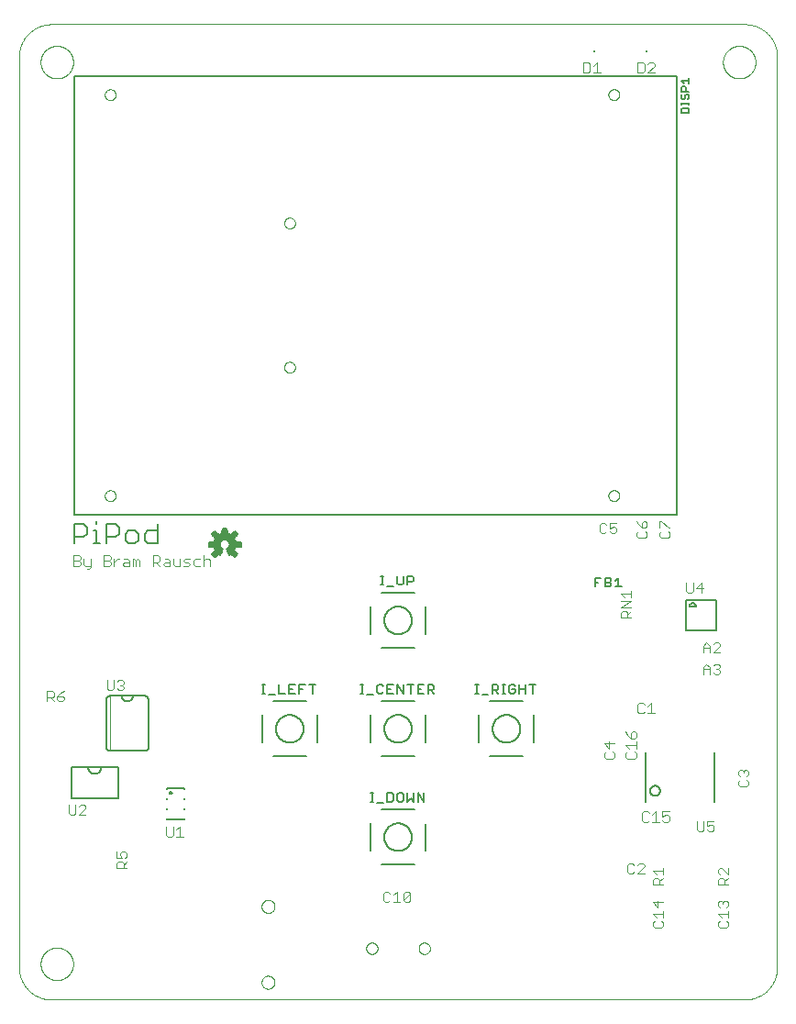
<source format=gto>
G75*
%MOIN*%
%OFA0B0*%
%FSLAX25Y25*%
%IPPOS*%
%LPD*%
%AMOC8*
5,1,8,0,0,1.08239X$1,22.5*
%
%ADD10C,0.00000*%
%ADD11C,0.00600*%
%ADD12C,0.00300*%
%ADD13C,0.00800*%
%ADD14C,0.00200*%
%ADD15C,0.00400*%
%ADD16R,0.00787X0.00787*%
%ADD17C,0.00500*%
%ADD18C,0.00591*%
D10*
X0015173Y0009374D02*
X0267142Y0009374D01*
X0267427Y0009377D01*
X0267713Y0009388D01*
X0267998Y0009405D01*
X0268282Y0009429D01*
X0268566Y0009460D01*
X0268849Y0009498D01*
X0269130Y0009543D01*
X0269411Y0009594D01*
X0269691Y0009652D01*
X0269969Y0009717D01*
X0270245Y0009789D01*
X0270519Y0009867D01*
X0270792Y0009952D01*
X0271062Y0010044D01*
X0271330Y0010142D01*
X0271596Y0010246D01*
X0271859Y0010357D01*
X0272119Y0010474D01*
X0272377Y0010597D01*
X0272631Y0010727D01*
X0272882Y0010863D01*
X0273130Y0011004D01*
X0273374Y0011152D01*
X0273615Y0011305D01*
X0273851Y0011465D01*
X0274084Y0011630D01*
X0274313Y0011800D01*
X0274538Y0011976D01*
X0274758Y0012158D01*
X0274974Y0012344D01*
X0275185Y0012536D01*
X0275392Y0012733D01*
X0275594Y0012935D01*
X0275791Y0013142D01*
X0275983Y0013353D01*
X0276169Y0013569D01*
X0276351Y0013789D01*
X0276527Y0014014D01*
X0276697Y0014243D01*
X0276862Y0014476D01*
X0277022Y0014712D01*
X0277175Y0014953D01*
X0277323Y0015197D01*
X0277464Y0015445D01*
X0277600Y0015696D01*
X0277730Y0015950D01*
X0277853Y0016208D01*
X0277970Y0016468D01*
X0278081Y0016731D01*
X0278185Y0016997D01*
X0278283Y0017265D01*
X0278375Y0017535D01*
X0278460Y0017808D01*
X0278538Y0018082D01*
X0278610Y0018358D01*
X0278675Y0018636D01*
X0278733Y0018916D01*
X0278784Y0019197D01*
X0278829Y0019478D01*
X0278867Y0019761D01*
X0278898Y0020045D01*
X0278922Y0020329D01*
X0278939Y0020614D01*
X0278950Y0020900D01*
X0278953Y0021185D01*
X0278953Y0351894D01*
X0278950Y0352179D01*
X0278939Y0352465D01*
X0278922Y0352750D01*
X0278898Y0353034D01*
X0278867Y0353318D01*
X0278829Y0353601D01*
X0278784Y0353882D01*
X0278733Y0354163D01*
X0278675Y0354443D01*
X0278610Y0354721D01*
X0278538Y0354997D01*
X0278460Y0355271D01*
X0278375Y0355544D01*
X0278283Y0355814D01*
X0278185Y0356082D01*
X0278081Y0356348D01*
X0277970Y0356611D01*
X0277853Y0356871D01*
X0277730Y0357129D01*
X0277600Y0357383D01*
X0277464Y0357634D01*
X0277323Y0357882D01*
X0277175Y0358126D01*
X0277022Y0358367D01*
X0276862Y0358603D01*
X0276697Y0358836D01*
X0276527Y0359065D01*
X0276351Y0359290D01*
X0276169Y0359510D01*
X0275983Y0359726D01*
X0275791Y0359937D01*
X0275594Y0360144D01*
X0275392Y0360346D01*
X0275185Y0360543D01*
X0274974Y0360735D01*
X0274758Y0360921D01*
X0274538Y0361103D01*
X0274313Y0361279D01*
X0274084Y0361449D01*
X0273851Y0361614D01*
X0273615Y0361774D01*
X0273374Y0361927D01*
X0273130Y0362075D01*
X0272882Y0362216D01*
X0272631Y0362352D01*
X0272377Y0362482D01*
X0272119Y0362605D01*
X0271859Y0362722D01*
X0271596Y0362833D01*
X0271330Y0362937D01*
X0271062Y0363035D01*
X0270792Y0363127D01*
X0270519Y0363212D01*
X0270245Y0363290D01*
X0269969Y0363362D01*
X0269691Y0363427D01*
X0269411Y0363485D01*
X0269130Y0363536D01*
X0268849Y0363581D01*
X0268566Y0363619D01*
X0268282Y0363650D01*
X0267998Y0363674D01*
X0267713Y0363691D01*
X0267427Y0363702D01*
X0267142Y0363705D01*
X0015173Y0363705D01*
X0014888Y0363702D01*
X0014602Y0363691D01*
X0014317Y0363674D01*
X0014033Y0363650D01*
X0013749Y0363619D01*
X0013466Y0363581D01*
X0013185Y0363536D01*
X0012904Y0363485D01*
X0012624Y0363427D01*
X0012346Y0363362D01*
X0012070Y0363290D01*
X0011796Y0363212D01*
X0011523Y0363127D01*
X0011253Y0363035D01*
X0010985Y0362937D01*
X0010719Y0362833D01*
X0010456Y0362722D01*
X0010196Y0362605D01*
X0009938Y0362482D01*
X0009684Y0362352D01*
X0009433Y0362216D01*
X0009185Y0362075D01*
X0008941Y0361927D01*
X0008700Y0361774D01*
X0008464Y0361614D01*
X0008231Y0361449D01*
X0008002Y0361279D01*
X0007777Y0361103D01*
X0007557Y0360921D01*
X0007341Y0360735D01*
X0007130Y0360543D01*
X0006923Y0360346D01*
X0006721Y0360144D01*
X0006524Y0359937D01*
X0006332Y0359726D01*
X0006146Y0359510D01*
X0005964Y0359290D01*
X0005788Y0359065D01*
X0005618Y0358836D01*
X0005453Y0358603D01*
X0005293Y0358367D01*
X0005140Y0358126D01*
X0004992Y0357882D01*
X0004851Y0357634D01*
X0004715Y0357383D01*
X0004585Y0357129D01*
X0004462Y0356871D01*
X0004345Y0356611D01*
X0004234Y0356348D01*
X0004130Y0356082D01*
X0004032Y0355814D01*
X0003940Y0355544D01*
X0003855Y0355271D01*
X0003777Y0354997D01*
X0003705Y0354721D01*
X0003640Y0354443D01*
X0003582Y0354163D01*
X0003531Y0353882D01*
X0003486Y0353601D01*
X0003448Y0353318D01*
X0003417Y0353034D01*
X0003393Y0352750D01*
X0003376Y0352465D01*
X0003365Y0352179D01*
X0003362Y0351894D01*
X0003362Y0021185D01*
X0003365Y0020900D01*
X0003376Y0020614D01*
X0003393Y0020329D01*
X0003417Y0020045D01*
X0003448Y0019761D01*
X0003486Y0019478D01*
X0003531Y0019197D01*
X0003582Y0018916D01*
X0003640Y0018636D01*
X0003705Y0018358D01*
X0003777Y0018082D01*
X0003855Y0017808D01*
X0003940Y0017535D01*
X0004032Y0017265D01*
X0004130Y0016997D01*
X0004234Y0016731D01*
X0004345Y0016468D01*
X0004462Y0016208D01*
X0004585Y0015950D01*
X0004715Y0015696D01*
X0004851Y0015445D01*
X0004992Y0015197D01*
X0005140Y0014953D01*
X0005293Y0014712D01*
X0005453Y0014476D01*
X0005618Y0014243D01*
X0005788Y0014014D01*
X0005964Y0013789D01*
X0006146Y0013569D01*
X0006332Y0013353D01*
X0006524Y0013142D01*
X0006721Y0012935D01*
X0006923Y0012733D01*
X0007130Y0012536D01*
X0007341Y0012344D01*
X0007557Y0012158D01*
X0007777Y0011976D01*
X0008002Y0011800D01*
X0008231Y0011630D01*
X0008464Y0011465D01*
X0008700Y0011305D01*
X0008941Y0011152D01*
X0009185Y0011004D01*
X0009433Y0010863D01*
X0009684Y0010727D01*
X0009938Y0010597D01*
X0010196Y0010474D01*
X0010456Y0010357D01*
X0010719Y0010246D01*
X0010985Y0010142D01*
X0011253Y0010044D01*
X0011523Y0009952D01*
X0011796Y0009867D01*
X0012070Y0009789D01*
X0012346Y0009717D01*
X0012624Y0009652D01*
X0012904Y0009594D01*
X0013185Y0009543D01*
X0013466Y0009498D01*
X0013749Y0009460D01*
X0014033Y0009429D01*
X0014317Y0009405D01*
X0014602Y0009388D01*
X0014888Y0009377D01*
X0015173Y0009374D01*
X0011236Y0022366D02*
X0011238Y0022519D01*
X0011244Y0022673D01*
X0011254Y0022826D01*
X0011268Y0022978D01*
X0011286Y0023131D01*
X0011308Y0023282D01*
X0011333Y0023433D01*
X0011363Y0023584D01*
X0011397Y0023734D01*
X0011434Y0023882D01*
X0011475Y0024030D01*
X0011520Y0024176D01*
X0011569Y0024322D01*
X0011622Y0024466D01*
X0011678Y0024608D01*
X0011738Y0024749D01*
X0011802Y0024889D01*
X0011869Y0025027D01*
X0011940Y0025163D01*
X0012015Y0025297D01*
X0012092Y0025429D01*
X0012174Y0025559D01*
X0012258Y0025687D01*
X0012346Y0025813D01*
X0012437Y0025936D01*
X0012531Y0026057D01*
X0012629Y0026175D01*
X0012729Y0026291D01*
X0012833Y0026404D01*
X0012939Y0026515D01*
X0013048Y0026623D01*
X0013160Y0026728D01*
X0013274Y0026829D01*
X0013392Y0026928D01*
X0013511Y0027024D01*
X0013633Y0027117D01*
X0013758Y0027206D01*
X0013885Y0027293D01*
X0014014Y0027375D01*
X0014145Y0027455D01*
X0014278Y0027531D01*
X0014413Y0027604D01*
X0014550Y0027673D01*
X0014689Y0027738D01*
X0014829Y0027800D01*
X0014971Y0027858D01*
X0015114Y0027913D01*
X0015259Y0027964D01*
X0015405Y0028011D01*
X0015552Y0028054D01*
X0015700Y0028093D01*
X0015849Y0028129D01*
X0015999Y0028160D01*
X0016150Y0028188D01*
X0016301Y0028212D01*
X0016454Y0028232D01*
X0016606Y0028248D01*
X0016759Y0028260D01*
X0016912Y0028268D01*
X0017065Y0028272D01*
X0017219Y0028272D01*
X0017372Y0028268D01*
X0017525Y0028260D01*
X0017678Y0028248D01*
X0017830Y0028232D01*
X0017983Y0028212D01*
X0018134Y0028188D01*
X0018285Y0028160D01*
X0018435Y0028129D01*
X0018584Y0028093D01*
X0018732Y0028054D01*
X0018879Y0028011D01*
X0019025Y0027964D01*
X0019170Y0027913D01*
X0019313Y0027858D01*
X0019455Y0027800D01*
X0019595Y0027738D01*
X0019734Y0027673D01*
X0019871Y0027604D01*
X0020006Y0027531D01*
X0020139Y0027455D01*
X0020270Y0027375D01*
X0020399Y0027293D01*
X0020526Y0027206D01*
X0020651Y0027117D01*
X0020773Y0027024D01*
X0020892Y0026928D01*
X0021010Y0026829D01*
X0021124Y0026728D01*
X0021236Y0026623D01*
X0021345Y0026515D01*
X0021451Y0026404D01*
X0021555Y0026291D01*
X0021655Y0026175D01*
X0021753Y0026057D01*
X0021847Y0025936D01*
X0021938Y0025813D01*
X0022026Y0025687D01*
X0022110Y0025559D01*
X0022192Y0025429D01*
X0022269Y0025297D01*
X0022344Y0025163D01*
X0022415Y0025027D01*
X0022482Y0024889D01*
X0022546Y0024749D01*
X0022606Y0024608D01*
X0022662Y0024466D01*
X0022715Y0024322D01*
X0022764Y0024176D01*
X0022809Y0024030D01*
X0022850Y0023882D01*
X0022887Y0023734D01*
X0022921Y0023584D01*
X0022951Y0023433D01*
X0022976Y0023282D01*
X0022998Y0023131D01*
X0023016Y0022978D01*
X0023030Y0022826D01*
X0023040Y0022673D01*
X0023046Y0022519D01*
X0023048Y0022366D01*
X0023046Y0022213D01*
X0023040Y0022059D01*
X0023030Y0021906D01*
X0023016Y0021754D01*
X0022998Y0021601D01*
X0022976Y0021450D01*
X0022951Y0021299D01*
X0022921Y0021148D01*
X0022887Y0020998D01*
X0022850Y0020850D01*
X0022809Y0020702D01*
X0022764Y0020556D01*
X0022715Y0020410D01*
X0022662Y0020266D01*
X0022606Y0020124D01*
X0022546Y0019983D01*
X0022482Y0019843D01*
X0022415Y0019705D01*
X0022344Y0019569D01*
X0022269Y0019435D01*
X0022192Y0019303D01*
X0022110Y0019173D01*
X0022026Y0019045D01*
X0021938Y0018919D01*
X0021847Y0018796D01*
X0021753Y0018675D01*
X0021655Y0018557D01*
X0021555Y0018441D01*
X0021451Y0018328D01*
X0021345Y0018217D01*
X0021236Y0018109D01*
X0021124Y0018004D01*
X0021010Y0017903D01*
X0020892Y0017804D01*
X0020773Y0017708D01*
X0020651Y0017615D01*
X0020526Y0017526D01*
X0020399Y0017439D01*
X0020270Y0017357D01*
X0020139Y0017277D01*
X0020006Y0017201D01*
X0019871Y0017128D01*
X0019734Y0017059D01*
X0019595Y0016994D01*
X0019455Y0016932D01*
X0019313Y0016874D01*
X0019170Y0016819D01*
X0019025Y0016768D01*
X0018879Y0016721D01*
X0018732Y0016678D01*
X0018584Y0016639D01*
X0018435Y0016603D01*
X0018285Y0016572D01*
X0018134Y0016544D01*
X0017983Y0016520D01*
X0017830Y0016500D01*
X0017678Y0016484D01*
X0017525Y0016472D01*
X0017372Y0016464D01*
X0017219Y0016460D01*
X0017065Y0016460D01*
X0016912Y0016464D01*
X0016759Y0016472D01*
X0016606Y0016484D01*
X0016454Y0016500D01*
X0016301Y0016520D01*
X0016150Y0016544D01*
X0015999Y0016572D01*
X0015849Y0016603D01*
X0015700Y0016639D01*
X0015552Y0016678D01*
X0015405Y0016721D01*
X0015259Y0016768D01*
X0015114Y0016819D01*
X0014971Y0016874D01*
X0014829Y0016932D01*
X0014689Y0016994D01*
X0014550Y0017059D01*
X0014413Y0017128D01*
X0014278Y0017201D01*
X0014145Y0017277D01*
X0014014Y0017357D01*
X0013885Y0017439D01*
X0013758Y0017526D01*
X0013633Y0017615D01*
X0013511Y0017708D01*
X0013392Y0017804D01*
X0013274Y0017903D01*
X0013160Y0018004D01*
X0013048Y0018109D01*
X0012939Y0018217D01*
X0012833Y0018328D01*
X0012729Y0018441D01*
X0012629Y0018557D01*
X0012531Y0018675D01*
X0012437Y0018796D01*
X0012346Y0018919D01*
X0012258Y0019045D01*
X0012174Y0019173D01*
X0012092Y0019303D01*
X0012015Y0019435D01*
X0011940Y0019569D01*
X0011869Y0019705D01*
X0011802Y0019843D01*
X0011738Y0019983D01*
X0011678Y0020124D01*
X0011622Y0020266D01*
X0011569Y0020410D01*
X0011520Y0020556D01*
X0011475Y0020702D01*
X0011434Y0020850D01*
X0011397Y0020998D01*
X0011363Y0021148D01*
X0011333Y0021299D01*
X0011308Y0021450D01*
X0011286Y0021601D01*
X0011268Y0021754D01*
X0011254Y0021906D01*
X0011244Y0022059D01*
X0011238Y0022213D01*
X0011236Y0022366D01*
X0091551Y0015673D02*
X0091553Y0015770D01*
X0091559Y0015867D01*
X0091569Y0015963D01*
X0091583Y0016059D01*
X0091601Y0016155D01*
X0091622Y0016249D01*
X0091648Y0016343D01*
X0091677Y0016435D01*
X0091711Y0016526D01*
X0091747Y0016616D01*
X0091788Y0016704D01*
X0091832Y0016790D01*
X0091880Y0016875D01*
X0091931Y0016957D01*
X0091985Y0017038D01*
X0092043Y0017116D01*
X0092104Y0017191D01*
X0092167Y0017264D01*
X0092234Y0017335D01*
X0092304Y0017402D01*
X0092376Y0017467D01*
X0092451Y0017528D01*
X0092529Y0017587D01*
X0092608Y0017642D01*
X0092690Y0017694D01*
X0092774Y0017742D01*
X0092860Y0017787D01*
X0092948Y0017829D01*
X0093037Y0017867D01*
X0093128Y0017901D01*
X0093220Y0017931D01*
X0093313Y0017958D01*
X0093408Y0017980D01*
X0093503Y0017999D01*
X0093599Y0018014D01*
X0093695Y0018025D01*
X0093792Y0018032D01*
X0093889Y0018035D01*
X0093986Y0018034D01*
X0094083Y0018029D01*
X0094179Y0018020D01*
X0094275Y0018007D01*
X0094371Y0017990D01*
X0094466Y0017969D01*
X0094559Y0017945D01*
X0094652Y0017916D01*
X0094744Y0017884D01*
X0094834Y0017848D01*
X0094922Y0017809D01*
X0095009Y0017765D01*
X0095094Y0017719D01*
X0095177Y0017668D01*
X0095258Y0017615D01*
X0095336Y0017558D01*
X0095413Y0017498D01*
X0095486Y0017435D01*
X0095557Y0017369D01*
X0095625Y0017300D01*
X0095691Y0017228D01*
X0095753Y0017154D01*
X0095812Y0017077D01*
X0095868Y0016998D01*
X0095921Y0016916D01*
X0095971Y0016833D01*
X0096016Y0016747D01*
X0096059Y0016660D01*
X0096098Y0016571D01*
X0096133Y0016481D01*
X0096164Y0016389D01*
X0096191Y0016296D01*
X0096215Y0016202D01*
X0096235Y0016107D01*
X0096251Y0016011D01*
X0096263Y0015915D01*
X0096271Y0015818D01*
X0096275Y0015721D01*
X0096275Y0015625D01*
X0096271Y0015528D01*
X0096263Y0015431D01*
X0096251Y0015335D01*
X0096235Y0015239D01*
X0096215Y0015144D01*
X0096191Y0015050D01*
X0096164Y0014957D01*
X0096133Y0014865D01*
X0096098Y0014775D01*
X0096059Y0014686D01*
X0096016Y0014599D01*
X0095971Y0014513D01*
X0095921Y0014430D01*
X0095868Y0014348D01*
X0095812Y0014269D01*
X0095753Y0014192D01*
X0095691Y0014118D01*
X0095625Y0014046D01*
X0095557Y0013977D01*
X0095486Y0013911D01*
X0095413Y0013848D01*
X0095336Y0013788D01*
X0095258Y0013731D01*
X0095177Y0013678D01*
X0095094Y0013627D01*
X0095009Y0013581D01*
X0094922Y0013537D01*
X0094834Y0013498D01*
X0094744Y0013462D01*
X0094652Y0013430D01*
X0094559Y0013401D01*
X0094466Y0013377D01*
X0094371Y0013356D01*
X0094275Y0013339D01*
X0094179Y0013326D01*
X0094083Y0013317D01*
X0093986Y0013312D01*
X0093889Y0013311D01*
X0093792Y0013314D01*
X0093695Y0013321D01*
X0093599Y0013332D01*
X0093503Y0013347D01*
X0093408Y0013366D01*
X0093313Y0013388D01*
X0093220Y0013415D01*
X0093128Y0013445D01*
X0093037Y0013479D01*
X0092948Y0013517D01*
X0092860Y0013559D01*
X0092774Y0013604D01*
X0092690Y0013652D01*
X0092608Y0013704D01*
X0092529Y0013759D01*
X0092451Y0013818D01*
X0092376Y0013879D01*
X0092304Y0013944D01*
X0092234Y0014011D01*
X0092167Y0014082D01*
X0092104Y0014155D01*
X0092043Y0014230D01*
X0091985Y0014308D01*
X0091931Y0014389D01*
X0091880Y0014471D01*
X0091832Y0014556D01*
X0091788Y0014642D01*
X0091747Y0014730D01*
X0091711Y0014820D01*
X0091677Y0014911D01*
X0091648Y0015003D01*
X0091622Y0015097D01*
X0091601Y0015191D01*
X0091583Y0015287D01*
X0091569Y0015383D01*
X0091559Y0015479D01*
X0091553Y0015576D01*
X0091551Y0015673D01*
X0091551Y0043232D02*
X0091553Y0043329D01*
X0091559Y0043426D01*
X0091569Y0043522D01*
X0091583Y0043618D01*
X0091601Y0043714D01*
X0091622Y0043808D01*
X0091648Y0043902D01*
X0091677Y0043994D01*
X0091711Y0044085D01*
X0091747Y0044175D01*
X0091788Y0044263D01*
X0091832Y0044349D01*
X0091880Y0044434D01*
X0091931Y0044516D01*
X0091985Y0044597D01*
X0092043Y0044675D01*
X0092104Y0044750D01*
X0092167Y0044823D01*
X0092234Y0044894D01*
X0092304Y0044961D01*
X0092376Y0045026D01*
X0092451Y0045087D01*
X0092529Y0045146D01*
X0092608Y0045201D01*
X0092690Y0045253D01*
X0092774Y0045301D01*
X0092860Y0045346D01*
X0092948Y0045388D01*
X0093037Y0045426D01*
X0093128Y0045460D01*
X0093220Y0045490D01*
X0093313Y0045517D01*
X0093408Y0045539D01*
X0093503Y0045558D01*
X0093599Y0045573D01*
X0093695Y0045584D01*
X0093792Y0045591D01*
X0093889Y0045594D01*
X0093986Y0045593D01*
X0094083Y0045588D01*
X0094179Y0045579D01*
X0094275Y0045566D01*
X0094371Y0045549D01*
X0094466Y0045528D01*
X0094559Y0045504D01*
X0094652Y0045475D01*
X0094744Y0045443D01*
X0094834Y0045407D01*
X0094922Y0045368D01*
X0095009Y0045324D01*
X0095094Y0045278D01*
X0095177Y0045227D01*
X0095258Y0045174D01*
X0095336Y0045117D01*
X0095413Y0045057D01*
X0095486Y0044994D01*
X0095557Y0044928D01*
X0095625Y0044859D01*
X0095691Y0044787D01*
X0095753Y0044713D01*
X0095812Y0044636D01*
X0095868Y0044557D01*
X0095921Y0044475D01*
X0095971Y0044392D01*
X0096016Y0044306D01*
X0096059Y0044219D01*
X0096098Y0044130D01*
X0096133Y0044040D01*
X0096164Y0043948D01*
X0096191Y0043855D01*
X0096215Y0043761D01*
X0096235Y0043666D01*
X0096251Y0043570D01*
X0096263Y0043474D01*
X0096271Y0043377D01*
X0096275Y0043280D01*
X0096275Y0043184D01*
X0096271Y0043087D01*
X0096263Y0042990D01*
X0096251Y0042894D01*
X0096235Y0042798D01*
X0096215Y0042703D01*
X0096191Y0042609D01*
X0096164Y0042516D01*
X0096133Y0042424D01*
X0096098Y0042334D01*
X0096059Y0042245D01*
X0096016Y0042158D01*
X0095971Y0042072D01*
X0095921Y0041989D01*
X0095868Y0041907D01*
X0095812Y0041828D01*
X0095753Y0041751D01*
X0095691Y0041677D01*
X0095625Y0041605D01*
X0095557Y0041536D01*
X0095486Y0041470D01*
X0095413Y0041407D01*
X0095336Y0041347D01*
X0095258Y0041290D01*
X0095177Y0041237D01*
X0095094Y0041186D01*
X0095009Y0041140D01*
X0094922Y0041096D01*
X0094834Y0041057D01*
X0094744Y0041021D01*
X0094652Y0040989D01*
X0094559Y0040960D01*
X0094466Y0040936D01*
X0094371Y0040915D01*
X0094275Y0040898D01*
X0094179Y0040885D01*
X0094083Y0040876D01*
X0093986Y0040871D01*
X0093889Y0040870D01*
X0093792Y0040873D01*
X0093695Y0040880D01*
X0093599Y0040891D01*
X0093503Y0040906D01*
X0093408Y0040925D01*
X0093313Y0040947D01*
X0093220Y0040974D01*
X0093128Y0041004D01*
X0093037Y0041038D01*
X0092948Y0041076D01*
X0092860Y0041118D01*
X0092774Y0041163D01*
X0092690Y0041211D01*
X0092608Y0041263D01*
X0092529Y0041318D01*
X0092451Y0041377D01*
X0092376Y0041438D01*
X0092304Y0041503D01*
X0092234Y0041570D01*
X0092167Y0041641D01*
X0092104Y0041714D01*
X0092043Y0041789D01*
X0091985Y0041867D01*
X0091931Y0041948D01*
X0091880Y0042030D01*
X0091832Y0042115D01*
X0091788Y0042201D01*
X0091747Y0042289D01*
X0091711Y0042379D01*
X0091677Y0042470D01*
X0091648Y0042562D01*
X0091622Y0042656D01*
X0091601Y0042750D01*
X0091583Y0042846D01*
X0091569Y0042942D01*
X0091559Y0043038D01*
X0091553Y0043135D01*
X0091551Y0043232D01*
X0129543Y0027996D02*
X0129545Y0028087D01*
X0129551Y0028177D01*
X0129561Y0028268D01*
X0129575Y0028357D01*
X0129593Y0028446D01*
X0129614Y0028535D01*
X0129640Y0028622D01*
X0129669Y0028708D01*
X0129703Y0028792D01*
X0129739Y0028875D01*
X0129780Y0028957D01*
X0129824Y0029036D01*
X0129871Y0029114D01*
X0129922Y0029189D01*
X0129976Y0029262D01*
X0130033Y0029332D01*
X0130093Y0029400D01*
X0130156Y0029466D01*
X0130222Y0029528D01*
X0130291Y0029587D01*
X0130362Y0029644D01*
X0130436Y0029697D01*
X0130512Y0029747D01*
X0130590Y0029794D01*
X0130670Y0029837D01*
X0130751Y0029876D01*
X0130835Y0029912D01*
X0130920Y0029944D01*
X0131006Y0029973D01*
X0131093Y0029997D01*
X0131182Y0030018D01*
X0131271Y0030035D01*
X0131361Y0030048D01*
X0131451Y0030057D01*
X0131542Y0030062D01*
X0131633Y0030063D01*
X0131723Y0030060D01*
X0131814Y0030053D01*
X0131904Y0030042D01*
X0131994Y0030027D01*
X0132083Y0030008D01*
X0132171Y0029986D01*
X0132257Y0029959D01*
X0132343Y0029929D01*
X0132427Y0029895D01*
X0132510Y0029857D01*
X0132591Y0029816D01*
X0132670Y0029771D01*
X0132747Y0029722D01*
X0132821Y0029671D01*
X0132894Y0029616D01*
X0132964Y0029558D01*
X0133031Y0029497D01*
X0133095Y0029433D01*
X0133157Y0029367D01*
X0133216Y0029297D01*
X0133271Y0029226D01*
X0133324Y0029151D01*
X0133373Y0029075D01*
X0133419Y0028997D01*
X0133461Y0028916D01*
X0133500Y0028834D01*
X0133535Y0028750D01*
X0133566Y0028665D01*
X0133593Y0028578D01*
X0133617Y0028491D01*
X0133637Y0028402D01*
X0133653Y0028313D01*
X0133665Y0028223D01*
X0133673Y0028132D01*
X0133677Y0028041D01*
X0133677Y0027951D01*
X0133673Y0027860D01*
X0133665Y0027769D01*
X0133653Y0027679D01*
X0133637Y0027590D01*
X0133617Y0027501D01*
X0133593Y0027414D01*
X0133566Y0027327D01*
X0133535Y0027242D01*
X0133500Y0027158D01*
X0133461Y0027076D01*
X0133419Y0026995D01*
X0133373Y0026917D01*
X0133324Y0026841D01*
X0133271Y0026766D01*
X0133216Y0026695D01*
X0133157Y0026625D01*
X0133095Y0026559D01*
X0133031Y0026495D01*
X0132964Y0026434D01*
X0132894Y0026376D01*
X0132821Y0026321D01*
X0132747Y0026270D01*
X0132670Y0026221D01*
X0132591Y0026176D01*
X0132510Y0026135D01*
X0132427Y0026097D01*
X0132343Y0026063D01*
X0132257Y0026033D01*
X0132171Y0026006D01*
X0132083Y0025984D01*
X0131994Y0025965D01*
X0131904Y0025950D01*
X0131814Y0025939D01*
X0131723Y0025932D01*
X0131633Y0025929D01*
X0131542Y0025930D01*
X0131451Y0025935D01*
X0131361Y0025944D01*
X0131271Y0025957D01*
X0131182Y0025974D01*
X0131093Y0025995D01*
X0131006Y0026019D01*
X0130920Y0026048D01*
X0130835Y0026080D01*
X0130751Y0026116D01*
X0130670Y0026155D01*
X0130590Y0026198D01*
X0130512Y0026245D01*
X0130436Y0026295D01*
X0130362Y0026348D01*
X0130291Y0026405D01*
X0130222Y0026464D01*
X0130156Y0026526D01*
X0130093Y0026592D01*
X0130033Y0026660D01*
X0129976Y0026730D01*
X0129922Y0026803D01*
X0129871Y0026878D01*
X0129824Y0026956D01*
X0129780Y0027035D01*
X0129739Y0027117D01*
X0129703Y0027200D01*
X0129669Y0027284D01*
X0129640Y0027370D01*
X0129614Y0027457D01*
X0129593Y0027546D01*
X0129575Y0027635D01*
X0129561Y0027724D01*
X0129551Y0027815D01*
X0129545Y0027905D01*
X0129543Y0027996D01*
X0148638Y0027996D02*
X0148640Y0028087D01*
X0148646Y0028177D01*
X0148656Y0028268D01*
X0148670Y0028357D01*
X0148688Y0028446D01*
X0148709Y0028535D01*
X0148735Y0028622D01*
X0148764Y0028708D01*
X0148798Y0028792D01*
X0148834Y0028875D01*
X0148875Y0028957D01*
X0148919Y0029036D01*
X0148966Y0029114D01*
X0149017Y0029189D01*
X0149071Y0029262D01*
X0149128Y0029332D01*
X0149188Y0029400D01*
X0149251Y0029466D01*
X0149317Y0029528D01*
X0149386Y0029587D01*
X0149457Y0029644D01*
X0149531Y0029697D01*
X0149607Y0029747D01*
X0149685Y0029794D01*
X0149765Y0029837D01*
X0149846Y0029876D01*
X0149930Y0029912D01*
X0150015Y0029944D01*
X0150101Y0029973D01*
X0150188Y0029997D01*
X0150277Y0030018D01*
X0150366Y0030035D01*
X0150456Y0030048D01*
X0150546Y0030057D01*
X0150637Y0030062D01*
X0150728Y0030063D01*
X0150818Y0030060D01*
X0150909Y0030053D01*
X0150999Y0030042D01*
X0151089Y0030027D01*
X0151178Y0030008D01*
X0151266Y0029986D01*
X0151352Y0029959D01*
X0151438Y0029929D01*
X0151522Y0029895D01*
X0151605Y0029857D01*
X0151686Y0029816D01*
X0151765Y0029771D01*
X0151842Y0029722D01*
X0151916Y0029671D01*
X0151989Y0029616D01*
X0152059Y0029558D01*
X0152126Y0029497D01*
X0152190Y0029433D01*
X0152252Y0029367D01*
X0152311Y0029297D01*
X0152366Y0029226D01*
X0152419Y0029151D01*
X0152468Y0029075D01*
X0152514Y0028997D01*
X0152556Y0028916D01*
X0152595Y0028834D01*
X0152630Y0028750D01*
X0152661Y0028665D01*
X0152688Y0028578D01*
X0152712Y0028491D01*
X0152732Y0028402D01*
X0152748Y0028313D01*
X0152760Y0028223D01*
X0152768Y0028132D01*
X0152772Y0028041D01*
X0152772Y0027951D01*
X0152768Y0027860D01*
X0152760Y0027769D01*
X0152748Y0027679D01*
X0152732Y0027590D01*
X0152712Y0027501D01*
X0152688Y0027414D01*
X0152661Y0027327D01*
X0152630Y0027242D01*
X0152595Y0027158D01*
X0152556Y0027076D01*
X0152514Y0026995D01*
X0152468Y0026917D01*
X0152419Y0026841D01*
X0152366Y0026766D01*
X0152311Y0026695D01*
X0152252Y0026625D01*
X0152190Y0026559D01*
X0152126Y0026495D01*
X0152059Y0026434D01*
X0151989Y0026376D01*
X0151916Y0026321D01*
X0151842Y0026270D01*
X0151765Y0026221D01*
X0151686Y0026176D01*
X0151605Y0026135D01*
X0151522Y0026097D01*
X0151438Y0026063D01*
X0151352Y0026033D01*
X0151266Y0026006D01*
X0151178Y0025984D01*
X0151089Y0025965D01*
X0150999Y0025950D01*
X0150909Y0025939D01*
X0150818Y0025932D01*
X0150728Y0025929D01*
X0150637Y0025930D01*
X0150546Y0025935D01*
X0150456Y0025944D01*
X0150366Y0025957D01*
X0150277Y0025974D01*
X0150188Y0025995D01*
X0150101Y0026019D01*
X0150015Y0026048D01*
X0149930Y0026080D01*
X0149846Y0026116D01*
X0149765Y0026155D01*
X0149685Y0026198D01*
X0149607Y0026245D01*
X0149531Y0026295D01*
X0149457Y0026348D01*
X0149386Y0026405D01*
X0149317Y0026464D01*
X0149251Y0026526D01*
X0149188Y0026592D01*
X0149128Y0026660D01*
X0149071Y0026730D01*
X0149017Y0026803D01*
X0148966Y0026878D01*
X0148919Y0026956D01*
X0148875Y0027035D01*
X0148834Y0027117D01*
X0148798Y0027200D01*
X0148764Y0027284D01*
X0148735Y0027370D01*
X0148709Y0027457D01*
X0148688Y0027546D01*
X0148670Y0027635D01*
X0148656Y0027724D01*
X0148646Y0027815D01*
X0148640Y0027905D01*
X0148638Y0027996D01*
X0217614Y0192445D02*
X0217616Y0192533D01*
X0217622Y0192621D01*
X0217632Y0192709D01*
X0217646Y0192797D01*
X0217663Y0192883D01*
X0217685Y0192969D01*
X0217710Y0193053D01*
X0217740Y0193137D01*
X0217772Y0193219D01*
X0217809Y0193299D01*
X0217849Y0193378D01*
X0217893Y0193455D01*
X0217940Y0193530D01*
X0217990Y0193602D01*
X0218044Y0193673D01*
X0218100Y0193740D01*
X0218160Y0193806D01*
X0218222Y0193868D01*
X0218288Y0193928D01*
X0218355Y0193984D01*
X0218426Y0194038D01*
X0218498Y0194088D01*
X0218573Y0194135D01*
X0218650Y0194179D01*
X0218729Y0194219D01*
X0218809Y0194256D01*
X0218891Y0194288D01*
X0218975Y0194318D01*
X0219059Y0194343D01*
X0219145Y0194365D01*
X0219231Y0194382D01*
X0219319Y0194396D01*
X0219407Y0194406D01*
X0219495Y0194412D01*
X0219583Y0194414D01*
X0219671Y0194412D01*
X0219759Y0194406D01*
X0219847Y0194396D01*
X0219935Y0194382D01*
X0220021Y0194365D01*
X0220107Y0194343D01*
X0220191Y0194318D01*
X0220275Y0194288D01*
X0220357Y0194256D01*
X0220437Y0194219D01*
X0220516Y0194179D01*
X0220593Y0194135D01*
X0220668Y0194088D01*
X0220740Y0194038D01*
X0220811Y0193984D01*
X0220878Y0193928D01*
X0220944Y0193868D01*
X0221006Y0193806D01*
X0221066Y0193740D01*
X0221122Y0193673D01*
X0221176Y0193602D01*
X0221226Y0193530D01*
X0221273Y0193455D01*
X0221317Y0193378D01*
X0221357Y0193299D01*
X0221394Y0193219D01*
X0221426Y0193137D01*
X0221456Y0193053D01*
X0221481Y0192969D01*
X0221503Y0192883D01*
X0221520Y0192797D01*
X0221534Y0192709D01*
X0221544Y0192621D01*
X0221550Y0192533D01*
X0221552Y0192445D01*
X0221550Y0192357D01*
X0221544Y0192269D01*
X0221534Y0192181D01*
X0221520Y0192093D01*
X0221503Y0192007D01*
X0221481Y0191921D01*
X0221456Y0191837D01*
X0221426Y0191753D01*
X0221394Y0191671D01*
X0221357Y0191591D01*
X0221317Y0191512D01*
X0221273Y0191435D01*
X0221226Y0191360D01*
X0221176Y0191288D01*
X0221122Y0191217D01*
X0221066Y0191150D01*
X0221006Y0191084D01*
X0220944Y0191022D01*
X0220878Y0190962D01*
X0220811Y0190906D01*
X0220740Y0190852D01*
X0220668Y0190802D01*
X0220593Y0190755D01*
X0220516Y0190711D01*
X0220437Y0190671D01*
X0220357Y0190634D01*
X0220275Y0190602D01*
X0220191Y0190572D01*
X0220107Y0190547D01*
X0220021Y0190525D01*
X0219935Y0190508D01*
X0219847Y0190494D01*
X0219759Y0190484D01*
X0219671Y0190478D01*
X0219583Y0190476D01*
X0219495Y0190478D01*
X0219407Y0190484D01*
X0219319Y0190494D01*
X0219231Y0190508D01*
X0219145Y0190525D01*
X0219059Y0190547D01*
X0218975Y0190572D01*
X0218891Y0190602D01*
X0218809Y0190634D01*
X0218729Y0190671D01*
X0218650Y0190711D01*
X0218573Y0190755D01*
X0218498Y0190802D01*
X0218426Y0190852D01*
X0218355Y0190906D01*
X0218288Y0190962D01*
X0218222Y0191022D01*
X0218160Y0191084D01*
X0218100Y0191150D01*
X0218044Y0191217D01*
X0217990Y0191288D01*
X0217940Y0191360D01*
X0217893Y0191435D01*
X0217849Y0191512D01*
X0217809Y0191591D01*
X0217772Y0191671D01*
X0217740Y0191753D01*
X0217710Y0191837D01*
X0217685Y0191921D01*
X0217663Y0192007D01*
X0217646Y0192093D01*
X0217632Y0192181D01*
X0217622Y0192269D01*
X0217616Y0192357D01*
X0217614Y0192445D01*
X0217614Y0338114D02*
X0217616Y0338202D01*
X0217622Y0338290D01*
X0217632Y0338378D01*
X0217646Y0338466D01*
X0217663Y0338552D01*
X0217685Y0338638D01*
X0217710Y0338722D01*
X0217740Y0338806D01*
X0217772Y0338888D01*
X0217809Y0338968D01*
X0217849Y0339047D01*
X0217893Y0339124D01*
X0217940Y0339199D01*
X0217990Y0339271D01*
X0218044Y0339342D01*
X0218100Y0339409D01*
X0218160Y0339475D01*
X0218222Y0339537D01*
X0218288Y0339597D01*
X0218355Y0339653D01*
X0218426Y0339707D01*
X0218498Y0339757D01*
X0218573Y0339804D01*
X0218650Y0339848D01*
X0218729Y0339888D01*
X0218809Y0339925D01*
X0218891Y0339957D01*
X0218975Y0339987D01*
X0219059Y0340012D01*
X0219145Y0340034D01*
X0219231Y0340051D01*
X0219319Y0340065D01*
X0219407Y0340075D01*
X0219495Y0340081D01*
X0219583Y0340083D01*
X0219671Y0340081D01*
X0219759Y0340075D01*
X0219847Y0340065D01*
X0219935Y0340051D01*
X0220021Y0340034D01*
X0220107Y0340012D01*
X0220191Y0339987D01*
X0220275Y0339957D01*
X0220357Y0339925D01*
X0220437Y0339888D01*
X0220516Y0339848D01*
X0220593Y0339804D01*
X0220668Y0339757D01*
X0220740Y0339707D01*
X0220811Y0339653D01*
X0220878Y0339597D01*
X0220944Y0339537D01*
X0221006Y0339475D01*
X0221066Y0339409D01*
X0221122Y0339342D01*
X0221176Y0339271D01*
X0221226Y0339199D01*
X0221273Y0339124D01*
X0221317Y0339047D01*
X0221357Y0338968D01*
X0221394Y0338888D01*
X0221426Y0338806D01*
X0221456Y0338722D01*
X0221481Y0338638D01*
X0221503Y0338552D01*
X0221520Y0338466D01*
X0221534Y0338378D01*
X0221544Y0338290D01*
X0221550Y0338202D01*
X0221552Y0338114D01*
X0221550Y0338026D01*
X0221544Y0337938D01*
X0221534Y0337850D01*
X0221520Y0337762D01*
X0221503Y0337676D01*
X0221481Y0337590D01*
X0221456Y0337506D01*
X0221426Y0337422D01*
X0221394Y0337340D01*
X0221357Y0337260D01*
X0221317Y0337181D01*
X0221273Y0337104D01*
X0221226Y0337029D01*
X0221176Y0336957D01*
X0221122Y0336886D01*
X0221066Y0336819D01*
X0221006Y0336753D01*
X0220944Y0336691D01*
X0220878Y0336631D01*
X0220811Y0336575D01*
X0220740Y0336521D01*
X0220668Y0336471D01*
X0220593Y0336424D01*
X0220516Y0336380D01*
X0220437Y0336340D01*
X0220357Y0336303D01*
X0220275Y0336271D01*
X0220191Y0336241D01*
X0220107Y0336216D01*
X0220021Y0336194D01*
X0219935Y0336177D01*
X0219847Y0336163D01*
X0219759Y0336153D01*
X0219671Y0336147D01*
X0219583Y0336145D01*
X0219495Y0336147D01*
X0219407Y0336153D01*
X0219319Y0336163D01*
X0219231Y0336177D01*
X0219145Y0336194D01*
X0219059Y0336216D01*
X0218975Y0336241D01*
X0218891Y0336271D01*
X0218809Y0336303D01*
X0218729Y0336340D01*
X0218650Y0336380D01*
X0218573Y0336424D01*
X0218498Y0336471D01*
X0218426Y0336521D01*
X0218355Y0336575D01*
X0218288Y0336631D01*
X0218222Y0336691D01*
X0218160Y0336753D01*
X0218100Y0336819D01*
X0218044Y0336886D01*
X0217990Y0336957D01*
X0217940Y0337029D01*
X0217893Y0337104D01*
X0217849Y0337181D01*
X0217809Y0337260D01*
X0217772Y0337340D01*
X0217740Y0337422D01*
X0217710Y0337506D01*
X0217685Y0337590D01*
X0217663Y0337676D01*
X0217646Y0337762D01*
X0217632Y0337850D01*
X0217622Y0337938D01*
X0217616Y0338026D01*
X0217614Y0338114D01*
X0259267Y0349925D02*
X0259269Y0350078D01*
X0259275Y0350232D01*
X0259285Y0350385D01*
X0259299Y0350537D01*
X0259317Y0350690D01*
X0259339Y0350841D01*
X0259364Y0350992D01*
X0259394Y0351143D01*
X0259428Y0351293D01*
X0259465Y0351441D01*
X0259506Y0351589D01*
X0259551Y0351735D01*
X0259600Y0351881D01*
X0259653Y0352025D01*
X0259709Y0352167D01*
X0259769Y0352308D01*
X0259833Y0352448D01*
X0259900Y0352586D01*
X0259971Y0352722D01*
X0260046Y0352856D01*
X0260123Y0352988D01*
X0260205Y0353118D01*
X0260289Y0353246D01*
X0260377Y0353372D01*
X0260468Y0353495D01*
X0260562Y0353616D01*
X0260660Y0353734D01*
X0260760Y0353850D01*
X0260864Y0353963D01*
X0260970Y0354074D01*
X0261079Y0354182D01*
X0261191Y0354287D01*
X0261305Y0354388D01*
X0261423Y0354487D01*
X0261542Y0354583D01*
X0261664Y0354676D01*
X0261789Y0354765D01*
X0261916Y0354852D01*
X0262045Y0354934D01*
X0262176Y0355014D01*
X0262309Y0355090D01*
X0262444Y0355163D01*
X0262581Y0355232D01*
X0262720Y0355297D01*
X0262860Y0355359D01*
X0263002Y0355417D01*
X0263145Y0355472D01*
X0263290Y0355523D01*
X0263436Y0355570D01*
X0263583Y0355613D01*
X0263731Y0355652D01*
X0263880Y0355688D01*
X0264030Y0355719D01*
X0264181Y0355747D01*
X0264332Y0355771D01*
X0264485Y0355791D01*
X0264637Y0355807D01*
X0264790Y0355819D01*
X0264943Y0355827D01*
X0265096Y0355831D01*
X0265250Y0355831D01*
X0265403Y0355827D01*
X0265556Y0355819D01*
X0265709Y0355807D01*
X0265861Y0355791D01*
X0266014Y0355771D01*
X0266165Y0355747D01*
X0266316Y0355719D01*
X0266466Y0355688D01*
X0266615Y0355652D01*
X0266763Y0355613D01*
X0266910Y0355570D01*
X0267056Y0355523D01*
X0267201Y0355472D01*
X0267344Y0355417D01*
X0267486Y0355359D01*
X0267626Y0355297D01*
X0267765Y0355232D01*
X0267902Y0355163D01*
X0268037Y0355090D01*
X0268170Y0355014D01*
X0268301Y0354934D01*
X0268430Y0354852D01*
X0268557Y0354765D01*
X0268682Y0354676D01*
X0268804Y0354583D01*
X0268923Y0354487D01*
X0269041Y0354388D01*
X0269155Y0354287D01*
X0269267Y0354182D01*
X0269376Y0354074D01*
X0269482Y0353963D01*
X0269586Y0353850D01*
X0269686Y0353734D01*
X0269784Y0353616D01*
X0269878Y0353495D01*
X0269969Y0353372D01*
X0270057Y0353246D01*
X0270141Y0353118D01*
X0270223Y0352988D01*
X0270300Y0352856D01*
X0270375Y0352722D01*
X0270446Y0352586D01*
X0270513Y0352448D01*
X0270577Y0352308D01*
X0270637Y0352167D01*
X0270693Y0352025D01*
X0270746Y0351881D01*
X0270795Y0351735D01*
X0270840Y0351589D01*
X0270881Y0351441D01*
X0270918Y0351293D01*
X0270952Y0351143D01*
X0270982Y0350992D01*
X0271007Y0350841D01*
X0271029Y0350690D01*
X0271047Y0350537D01*
X0271061Y0350385D01*
X0271071Y0350232D01*
X0271077Y0350078D01*
X0271079Y0349925D01*
X0271077Y0349772D01*
X0271071Y0349618D01*
X0271061Y0349465D01*
X0271047Y0349313D01*
X0271029Y0349160D01*
X0271007Y0349009D01*
X0270982Y0348858D01*
X0270952Y0348707D01*
X0270918Y0348557D01*
X0270881Y0348409D01*
X0270840Y0348261D01*
X0270795Y0348115D01*
X0270746Y0347969D01*
X0270693Y0347825D01*
X0270637Y0347683D01*
X0270577Y0347542D01*
X0270513Y0347402D01*
X0270446Y0347264D01*
X0270375Y0347128D01*
X0270300Y0346994D01*
X0270223Y0346862D01*
X0270141Y0346732D01*
X0270057Y0346604D01*
X0269969Y0346478D01*
X0269878Y0346355D01*
X0269784Y0346234D01*
X0269686Y0346116D01*
X0269586Y0346000D01*
X0269482Y0345887D01*
X0269376Y0345776D01*
X0269267Y0345668D01*
X0269155Y0345563D01*
X0269041Y0345462D01*
X0268923Y0345363D01*
X0268804Y0345267D01*
X0268682Y0345174D01*
X0268557Y0345085D01*
X0268430Y0344998D01*
X0268301Y0344916D01*
X0268170Y0344836D01*
X0268037Y0344760D01*
X0267902Y0344687D01*
X0267765Y0344618D01*
X0267626Y0344553D01*
X0267486Y0344491D01*
X0267344Y0344433D01*
X0267201Y0344378D01*
X0267056Y0344327D01*
X0266910Y0344280D01*
X0266763Y0344237D01*
X0266615Y0344198D01*
X0266466Y0344162D01*
X0266316Y0344131D01*
X0266165Y0344103D01*
X0266014Y0344079D01*
X0265861Y0344059D01*
X0265709Y0344043D01*
X0265556Y0344031D01*
X0265403Y0344023D01*
X0265250Y0344019D01*
X0265096Y0344019D01*
X0264943Y0344023D01*
X0264790Y0344031D01*
X0264637Y0344043D01*
X0264485Y0344059D01*
X0264332Y0344079D01*
X0264181Y0344103D01*
X0264030Y0344131D01*
X0263880Y0344162D01*
X0263731Y0344198D01*
X0263583Y0344237D01*
X0263436Y0344280D01*
X0263290Y0344327D01*
X0263145Y0344378D01*
X0263002Y0344433D01*
X0262860Y0344491D01*
X0262720Y0344553D01*
X0262581Y0344618D01*
X0262444Y0344687D01*
X0262309Y0344760D01*
X0262176Y0344836D01*
X0262045Y0344916D01*
X0261916Y0344998D01*
X0261789Y0345085D01*
X0261664Y0345174D01*
X0261542Y0345267D01*
X0261423Y0345363D01*
X0261305Y0345462D01*
X0261191Y0345563D01*
X0261079Y0345668D01*
X0260970Y0345776D01*
X0260864Y0345887D01*
X0260760Y0346000D01*
X0260660Y0346116D01*
X0260562Y0346234D01*
X0260468Y0346355D01*
X0260377Y0346478D01*
X0260289Y0346604D01*
X0260205Y0346732D01*
X0260123Y0346862D01*
X0260046Y0346994D01*
X0259971Y0347128D01*
X0259900Y0347264D01*
X0259833Y0347402D01*
X0259769Y0347542D01*
X0259709Y0347683D01*
X0259653Y0347825D01*
X0259600Y0347969D01*
X0259551Y0348115D01*
X0259506Y0348261D01*
X0259465Y0348409D01*
X0259428Y0348557D01*
X0259394Y0348707D01*
X0259364Y0348858D01*
X0259339Y0349009D01*
X0259317Y0349160D01*
X0259299Y0349313D01*
X0259285Y0349465D01*
X0259275Y0349618D01*
X0259269Y0349772D01*
X0259267Y0349925D01*
X0099779Y0291461D02*
X0099781Y0291549D01*
X0099787Y0291637D01*
X0099797Y0291725D01*
X0099811Y0291813D01*
X0099828Y0291899D01*
X0099850Y0291985D01*
X0099875Y0292069D01*
X0099905Y0292153D01*
X0099937Y0292235D01*
X0099974Y0292315D01*
X0100014Y0292394D01*
X0100058Y0292471D01*
X0100105Y0292546D01*
X0100155Y0292618D01*
X0100209Y0292689D01*
X0100265Y0292756D01*
X0100325Y0292822D01*
X0100387Y0292884D01*
X0100453Y0292944D01*
X0100520Y0293000D01*
X0100591Y0293054D01*
X0100663Y0293104D01*
X0100738Y0293151D01*
X0100815Y0293195D01*
X0100894Y0293235D01*
X0100974Y0293272D01*
X0101056Y0293304D01*
X0101140Y0293334D01*
X0101224Y0293359D01*
X0101310Y0293381D01*
X0101396Y0293398D01*
X0101484Y0293412D01*
X0101572Y0293422D01*
X0101660Y0293428D01*
X0101748Y0293430D01*
X0101836Y0293428D01*
X0101924Y0293422D01*
X0102012Y0293412D01*
X0102100Y0293398D01*
X0102186Y0293381D01*
X0102272Y0293359D01*
X0102356Y0293334D01*
X0102440Y0293304D01*
X0102522Y0293272D01*
X0102602Y0293235D01*
X0102681Y0293195D01*
X0102758Y0293151D01*
X0102833Y0293104D01*
X0102905Y0293054D01*
X0102976Y0293000D01*
X0103043Y0292944D01*
X0103109Y0292884D01*
X0103171Y0292822D01*
X0103231Y0292756D01*
X0103287Y0292689D01*
X0103341Y0292618D01*
X0103391Y0292546D01*
X0103438Y0292471D01*
X0103482Y0292394D01*
X0103522Y0292315D01*
X0103559Y0292235D01*
X0103591Y0292153D01*
X0103621Y0292069D01*
X0103646Y0291985D01*
X0103668Y0291899D01*
X0103685Y0291813D01*
X0103699Y0291725D01*
X0103709Y0291637D01*
X0103715Y0291549D01*
X0103717Y0291461D01*
X0103715Y0291373D01*
X0103709Y0291285D01*
X0103699Y0291197D01*
X0103685Y0291109D01*
X0103668Y0291023D01*
X0103646Y0290937D01*
X0103621Y0290853D01*
X0103591Y0290769D01*
X0103559Y0290687D01*
X0103522Y0290607D01*
X0103482Y0290528D01*
X0103438Y0290451D01*
X0103391Y0290376D01*
X0103341Y0290304D01*
X0103287Y0290233D01*
X0103231Y0290166D01*
X0103171Y0290100D01*
X0103109Y0290038D01*
X0103043Y0289978D01*
X0102976Y0289922D01*
X0102905Y0289868D01*
X0102833Y0289818D01*
X0102758Y0289771D01*
X0102681Y0289727D01*
X0102602Y0289687D01*
X0102522Y0289650D01*
X0102440Y0289618D01*
X0102356Y0289588D01*
X0102272Y0289563D01*
X0102186Y0289541D01*
X0102100Y0289524D01*
X0102012Y0289510D01*
X0101924Y0289500D01*
X0101836Y0289494D01*
X0101748Y0289492D01*
X0101660Y0289494D01*
X0101572Y0289500D01*
X0101484Y0289510D01*
X0101396Y0289524D01*
X0101310Y0289541D01*
X0101224Y0289563D01*
X0101140Y0289588D01*
X0101056Y0289618D01*
X0100974Y0289650D01*
X0100894Y0289687D01*
X0100815Y0289727D01*
X0100738Y0289771D01*
X0100663Y0289818D01*
X0100591Y0289868D01*
X0100520Y0289922D01*
X0100453Y0289978D01*
X0100387Y0290038D01*
X0100325Y0290100D01*
X0100265Y0290166D01*
X0100209Y0290233D01*
X0100155Y0290304D01*
X0100105Y0290376D01*
X0100058Y0290451D01*
X0100014Y0290528D01*
X0099974Y0290607D01*
X0099937Y0290687D01*
X0099905Y0290769D01*
X0099875Y0290853D01*
X0099850Y0290937D01*
X0099828Y0291023D01*
X0099811Y0291109D01*
X0099797Y0291197D01*
X0099787Y0291285D01*
X0099781Y0291373D01*
X0099779Y0291461D01*
X0099779Y0239098D02*
X0099781Y0239186D01*
X0099787Y0239274D01*
X0099797Y0239362D01*
X0099811Y0239450D01*
X0099828Y0239536D01*
X0099850Y0239622D01*
X0099875Y0239706D01*
X0099905Y0239790D01*
X0099937Y0239872D01*
X0099974Y0239952D01*
X0100014Y0240031D01*
X0100058Y0240108D01*
X0100105Y0240183D01*
X0100155Y0240255D01*
X0100209Y0240326D01*
X0100265Y0240393D01*
X0100325Y0240459D01*
X0100387Y0240521D01*
X0100453Y0240581D01*
X0100520Y0240637D01*
X0100591Y0240691D01*
X0100663Y0240741D01*
X0100738Y0240788D01*
X0100815Y0240832D01*
X0100894Y0240872D01*
X0100974Y0240909D01*
X0101056Y0240941D01*
X0101140Y0240971D01*
X0101224Y0240996D01*
X0101310Y0241018D01*
X0101396Y0241035D01*
X0101484Y0241049D01*
X0101572Y0241059D01*
X0101660Y0241065D01*
X0101748Y0241067D01*
X0101836Y0241065D01*
X0101924Y0241059D01*
X0102012Y0241049D01*
X0102100Y0241035D01*
X0102186Y0241018D01*
X0102272Y0240996D01*
X0102356Y0240971D01*
X0102440Y0240941D01*
X0102522Y0240909D01*
X0102602Y0240872D01*
X0102681Y0240832D01*
X0102758Y0240788D01*
X0102833Y0240741D01*
X0102905Y0240691D01*
X0102976Y0240637D01*
X0103043Y0240581D01*
X0103109Y0240521D01*
X0103171Y0240459D01*
X0103231Y0240393D01*
X0103287Y0240326D01*
X0103341Y0240255D01*
X0103391Y0240183D01*
X0103438Y0240108D01*
X0103482Y0240031D01*
X0103522Y0239952D01*
X0103559Y0239872D01*
X0103591Y0239790D01*
X0103621Y0239706D01*
X0103646Y0239622D01*
X0103668Y0239536D01*
X0103685Y0239450D01*
X0103699Y0239362D01*
X0103709Y0239274D01*
X0103715Y0239186D01*
X0103717Y0239098D01*
X0103715Y0239010D01*
X0103709Y0238922D01*
X0103699Y0238834D01*
X0103685Y0238746D01*
X0103668Y0238660D01*
X0103646Y0238574D01*
X0103621Y0238490D01*
X0103591Y0238406D01*
X0103559Y0238324D01*
X0103522Y0238244D01*
X0103482Y0238165D01*
X0103438Y0238088D01*
X0103391Y0238013D01*
X0103341Y0237941D01*
X0103287Y0237870D01*
X0103231Y0237803D01*
X0103171Y0237737D01*
X0103109Y0237675D01*
X0103043Y0237615D01*
X0102976Y0237559D01*
X0102905Y0237505D01*
X0102833Y0237455D01*
X0102758Y0237408D01*
X0102681Y0237364D01*
X0102602Y0237324D01*
X0102522Y0237287D01*
X0102440Y0237255D01*
X0102356Y0237225D01*
X0102272Y0237200D01*
X0102186Y0237178D01*
X0102100Y0237161D01*
X0102012Y0237147D01*
X0101924Y0237137D01*
X0101836Y0237131D01*
X0101748Y0237129D01*
X0101660Y0237131D01*
X0101572Y0237137D01*
X0101484Y0237147D01*
X0101396Y0237161D01*
X0101310Y0237178D01*
X0101224Y0237200D01*
X0101140Y0237225D01*
X0101056Y0237255D01*
X0100974Y0237287D01*
X0100894Y0237324D01*
X0100815Y0237364D01*
X0100738Y0237408D01*
X0100663Y0237455D01*
X0100591Y0237505D01*
X0100520Y0237559D01*
X0100453Y0237615D01*
X0100387Y0237675D01*
X0100325Y0237737D01*
X0100265Y0237803D01*
X0100209Y0237870D01*
X0100155Y0237941D01*
X0100105Y0238013D01*
X0100058Y0238088D01*
X0100014Y0238165D01*
X0099974Y0238244D01*
X0099937Y0238324D01*
X0099905Y0238406D01*
X0099875Y0238490D01*
X0099850Y0238574D01*
X0099828Y0238660D01*
X0099811Y0238746D01*
X0099797Y0238834D01*
X0099787Y0238922D01*
X0099781Y0239010D01*
X0099779Y0239098D01*
X0034543Y0192445D02*
X0034545Y0192533D01*
X0034551Y0192621D01*
X0034561Y0192709D01*
X0034575Y0192797D01*
X0034592Y0192883D01*
X0034614Y0192969D01*
X0034639Y0193053D01*
X0034669Y0193137D01*
X0034701Y0193219D01*
X0034738Y0193299D01*
X0034778Y0193378D01*
X0034822Y0193455D01*
X0034869Y0193530D01*
X0034919Y0193602D01*
X0034973Y0193673D01*
X0035029Y0193740D01*
X0035089Y0193806D01*
X0035151Y0193868D01*
X0035217Y0193928D01*
X0035284Y0193984D01*
X0035355Y0194038D01*
X0035427Y0194088D01*
X0035502Y0194135D01*
X0035579Y0194179D01*
X0035658Y0194219D01*
X0035738Y0194256D01*
X0035820Y0194288D01*
X0035904Y0194318D01*
X0035988Y0194343D01*
X0036074Y0194365D01*
X0036160Y0194382D01*
X0036248Y0194396D01*
X0036336Y0194406D01*
X0036424Y0194412D01*
X0036512Y0194414D01*
X0036600Y0194412D01*
X0036688Y0194406D01*
X0036776Y0194396D01*
X0036864Y0194382D01*
X0036950Y0194365D01*
X0037036Y0194343D01*
X0037120Y0194318D01*
X0037204Y0194288D01*
X0037286Y0194256D01*
X0037366Y0194219D01*
X0037445Y0194179D01*
X0037522Y0194135D01*
X0037597Y0194088D01*
X0037669Y0194038D01*
X0037740Y0193984D01*
X0037807Y0193928D01*
X0037873Y0193868D01*
X0037935Y0193806D01*
X0037995Y0193740D01*
X0038051Y0193673D01*
X0038105Y0193602D01*
X0038155Y0193530D01*
X0038202Y0193455D01*
X0038246Y0193378D01*
X0038286Y0193299D01*
X0038323Y0193219D01*
X0038355Y0193137D01*
X0038385Y0193053D01*
X0038410Y0192969D01*
X0038432Y0192883D01*
X0038449Y0192797D01*
X0038463Y0192709D01*
X0038473Y0192621D01*
X0038479Y0192533D01*
X0038481Y0192445D01*
X0038479Y0192357D01*
X0038473Y0192269D01*
X0038463Y0192181D01*
X0038449Y0192093D01*
X0038432Y0192007D01*
X0038410Y0191921D01*
X0038385Y0191837D01*
X0038355Y0191753D01*
X0038323Y0191671D01*
X0038286Y0191591D01*
X0038246Y0191512D01*
X0038202Y0191435D01*
X0038155Y0191360D01*
X0038105Y0191288D01*
X0038051Y0191217D01*
X0037995Y0191150D01*
X0037935Y0191084D01*
X0037873Y0191022D01*
X0037807Y0190962D01*
X0037740Y0190906D01*
X0037669Y0190852D01*
X0037597Y0190802D01*
X0037522Y0190755D01*
X0037445Y0190711D01*
X0037366Y0190671D01*
X0037286Y0190634D01*
X0037204Y0190602D01*
X0037120Y0190572D01*
X0037036Y0190547D01*
X0036950Y0190525D01*
X0036864Y0190508D01*
X0036776Y0190494D01*
X0036688Y0190484D01*
X0036600Y0190478D01*
X0036512Y0190476D01*
X0036424Y0190478D01*
X0036336Y0190484D01*
X0036248Y0190494D01*
X0036160Y0190508D01*
X0036074Y0190525D01*
X0035988Y0190547D01*
X0035904Y0190572D01*
X0035820Y0190602D01*
X0035738Y0190634D01*
X0035658Y0190671D01*
X0035579Y0190711D01*
X0035502Y0190755D01*
X0035427Y0190802D01*
X0035355Y0190852D01*
X0035284Y0190906D01*
X0035217Y0190962D01*
X0035151Y0191022D01*
X0035089Y0191084D01*
X0035029Y0191150D01*
X0034973Y0191217D01*
X0034919Y0191288D01*
X0034869Y0191360D01*
X0034822Y0191435D01*
X0034778Y0191512D01*
X0034738Y0191591D01*
X0034701Y0191671D01*
X0034669Y0191753D01*
X0034639Y0191837D01*
X0034614Y0191921D01*
X0034592Y0192007D01*
X0034575Y0192093D01*
X0034561Y0192181D01*
X0034551Y0192269D01*
X0034545Y0192357D01*
X0034543Y0192445D01*
X0034543Y0338114D02*
X0034545Y0338202D01*
X0034551Y0338290D01*
X0034561Y0338378D01*
X0034575Y0338466D01*
X0034592Y0338552D01*
X0034614Y0338638D01*
X0034639Y0338722D01*
X0034669Y0338806D01*
X0034701Y0338888D01*
X0034738Y0338968D01*
X0034778Y0339047D01*
X0034822Y0339124D01*
X0034869Y0339199D01*
X0034919Y0339271D01*
X0034973Y0339342D01*
X0035029Y0339409D01*
X0035089Y0339475D01*
X0035151Y0339537D01*
X0035217Y0339597D01*
X0035284Y0339653D01*
X0035355Y0339707D01*
X0035427Y0339757D01*
X0035502Y0339804D01*
X0035579Y0339848D01*
X0035658Y0339888D01*
X0035738Y0339925D01*
X0035820Y0339957D01*
X0035904Y0339987D01*
X0035988Y0340012D01*
X0036074Y0340034D01*
X0036160Y0340051D01*
X0036248Y0340065D01*
X0036336Y0340075D01*
X0036424Y0340081D01*
X0036512Y0340083D01*
X0036600Y0340081D01*
X0036688Y0340075D01*
X0036776Y0340065D01*
X0036864Y0340051D01*
X0036950Y0340034D01*
X0037036Y0340012D01*
X0037120Y0339987D01*
X0037204Y0339957D01*
X0037286Y0339925D01*
X0037366Y0339888D01*
X0037445Y0339848D01*
X0037522Y0339804D01*
X0037597Y0339757D01*
X0037669Y0339707D01*
X0037740Y0339653D01*
X0037807Y0339597D01*
X0037873Y0339537D01*
X0037935Y0339475D01*
X0037995Y0339409D01*
X0038051Y0339342D01*
X0038105Y0339271D01*
X0038155Y0339199D01*
X0038202Y0339124D01*
X0038246Y0339047D01*
X0038286Y0338968D01*
X0038323Y0338888D01*
X0038355Y0338806D01*
X0038385Y0338722D01*
X0038410Y0338638D01*
X0038432Y0338552D01*
X0038449Y0338466D01*
X0038463Y0338378D01*
X0038473Y0338290D01*
X0038479Y0338202D01*
X0038481Y0338114D01*
X0038479Y0338026D01*
X0038473Y0337938D01*
X0038463Y0337850D01*
X0038449Y0337762D01*
X0038432Y0337676D01*
X0038410Y0337590D01*
X0038385Y0337506D01*
X0038355Y0337422D01*
X0038323Y0337340D01*
X0038286Y0337260D01*
X0038246Y0337181D01*
X0038202Y0337104D01*
X0038155Y0337029D01*
X0038105Y0336957D01*
X0038051Y0336886D01*
X0037995Y0336819D01*
X0037935Y0336753D01*
X0037873Y0336691D01*
X0037807Y0336631D01*
X0037740Y0336575D01*
X0037669Y0336521D01*
X0037597Y0336471D01*
X0037522Y0336424D01*
X0037445Y0336380D01*
X0037366Y0336340D01*
X0037286Y0336303D01*
X0037204Y0336271D01*
X0037120Y0336241D01*
X0037036Y0336216D01*
X0036950Y0336194D01*
X0036864Y0336177D01*
X0036776Y0336163D01*
X0036688Y0336153D01*
X0036600Y0336147D01*
X0036512Y0336145D01*
X0036424Y0336147D01*
X0036336Y0336153D01*
X0036248Y0336163D01*
X0036160Y0336177D01*
X0036074Y0336194D01*
X0035988Y0336216D01*
X0035904Y0336241D01*
X0035820Y0336271D01*
X0035738Y0336303D01*
X0035658Y0336340D01*
X0035579Y0336380D01*
X0035502Y0336424D01*
X0035427Y0336471D01*
X0035355Y0336521D01*
X0035284Y0336575D01*
X0035217Y0336631D01*
X0035151Y0336691D01*
X0035089Y0336753D01*
X0035029Y0336819D01*
X0034973Y0336886D01*
X0034919Y0336957D01*
X0034869Y0337029D01*
X0034822Y0337104D01*
X0034778Y0337181D01*
X0034738Y0337260D01*
X0034701Y0337340D01*
X0034669Y0337422D01*
X0034639Y0337506D01*
X0034614Y0337590D01*
X0034592Y0337676D01*
X0034575Y0337762D01*
X0034561Y0337850D01*
X0034551Y0337938D01*
X0034545Y0338026D01*
X0034543Y0338114D01*
X0011236Y0349925D02*
X0011238Y0350078D01*
X0011244Y0350232D01*
X0011254Y0350385D01*
X0011268Y0350537D01*
X0011286Y0350690D01*
X0011308Y0350841D01*
X0011333Y0350992D01*
X0011363Y0351143D01*
X0011397Y0351293D01*
X0011434Y0351441D01*
X0011475Y0351589D01*
X0011520Y0351735D01*
X0011569Y0351881D01*
X0011622Y0352025D01*
X0011678Y0352167D01*
X0011738Y0352308D01*
X0011802Y0352448D01*
X0011869Y0352586D01*
X0011940Y0352722D01*
X0012015Y0352856D01*
X0012092Y0352988D01*
X0012174Y0353118D01*
X0012258Y0353246D01*
X0012346Y0353372D01*
X0012437Y0353495D01*
X0012531Y0353616D01*
X0012629Y0353734D01*
X0012729Y0353850D01*
X0012833Y0353963D01*
X0012939Y0354074D01*
X0013048Y0354182D01*
X0013160Y0354287D01*
X0013274Y0354388D01*
X0013392Y0354487D01*
X0013511Y0354583D01*
X0013633Y0354676D01*
X0013758Y0354765D01*
X0013885Y0354852D01*
X0014014Y0354934D01*
X0014145Y0355014D01*
X0014278Y0355090D01*
X0014413Y0355163D01*
X0014550Y0355232D01*
X0014689Y0355297D01*
X0014829Y0355359D01*
X0014971Y0355417D01*
X0015114Y0355472D01*
X0015259Y0355523D01*
X0015405Y0355570D01*
X0015552Y0355613D01*
X0015700Y0355652D01*
X0015849Y0355688D01*
X0015999Y0355719D01*
X0016150Y0355747D01*
X0016301Y0355771D01*
X0016454Y0355791D01*
X0016606Y0355807D01*
X0016759Y0355819D01*
X0016912Y0355827D01*
X0017065Y0355831D01*
X0017219Y0355831D01*
X0017372Y0355827D01*
X0017525Y0355819D01*
X0017678Y0355807D01*
X0017830Y0355791D01*
X0017983Y0355771D01*
X0018134Y0355747D01*
X0018285Y0355719D01*
X0018435Y0355688D01*
X0018584Y0355652D01*
X0018732Y0355613D01*
X0018879Y0355570D01*
X0019025Y0355523D01*
X0019170Y0355472D01*
X0019313Y0355417D01*
X0019455Y0355359D01*
X0019595Y0355297D01*
X0019734Y0355232D01*
X0019871Y0355163D01*
X0020006Y0355090D01*
X0020139Y0355014D01*
X0020270Y0354934D01*
X0020399Y0354852D01*
X0020526Y0354765D01*
X0020651Y0354676D01*
X0020773Y0354583D01*
X0020892Y0354487D01*
X0021010Y0354388D01*
X0021124Y0354287D01*
X0021236Y0354182D01*
X0021345Y0354074D01*
X0021451Y0353963D01*
X0021555Y0353850D01*
X0021655Y0353734D01*
X0021753Y0353616D01*
X0021847Y0353495D01*
X0021938Y0353372D01*
X0022026Y0353246D01*
X0022110Y0353118D01*
X0022192Y0352988D01*
X0022269Y0352856D01*
X0022344Y0352722D01*
X0022415Y0352586D01*
X0022482Y0352448D01*
X0022546Y0352308D01*
X0022606Y0352167D01*
X0022662Y0352025D01*
X0022715Y0351881D01*
X0022764Y0351735D01*
X0022809Y0351589D01*
X0022850Y0351441D01*
X0022887Y0351293D01*
X0022921Y0351143D01*
X0022951Y0350992D01*
X0022976Y0350841D01*
X0022998Y0350690D01*
X0023016Y0350537D01*
X0023030Y0350385D01*
X0023040Y0350232D01*
X0023046Y0350078D01*
X0023048Y0349925D01*
X0023046Y0349772D01*
X0023040Y0349618D01*
X0023030Y0349465D01*
X0023016Y0349313D01*
X0022998Y0349160D01*
X0022976Y0349009D01*
X0022951Y0348858D01*
X0022921Y0348707D01*
X0022887Y0348557D01*
X0022850Y0348409D01*
X0022809Y0348261D01*
X0022764Y0348115D01*
X0022715Y0347969D01*
X0022662Y0347825D01*
X0022606Y0347683D01*
X0022546Y0347542D01*
X0022482Y0347402D01*
X0022415Y0347264D01*
X0022344Y0347128D01*
X0022269Y0346994D01*
X0022192Y0346862D01*
X0022110Y0346732D01*
X0022026Y0346604D01*
X0021938Y0346478D01*
X0021847Y0346355D01*
X0021753Y0346234D01*
X0021655Y0346116D01*
X0021555Y0346000D01*
X0021451Y0345887D01*
X0021345Y0345776D01*
X0021236Y0345668D01*
X0021124Y0345563D01*
X0021010Y0345462D01*
X0020892Y0345363D01*
X0020773Y0345267D01*
X0020651Y0345174D01*
X0020526Y0345085D01*
X0020399Y0344998D01*
X0020270Y0344916D01*
X0020139Y0344836D01*
X0020006Y0344760D01*
X0019871Y0344687D01*
X0019734Y0344618D01*
X0019595Y0344553D01*
X0019455Y0344491D01*
X0019313Y0344433D01*
X0019170Y0344378D01*
X0019025Y0344327D01*
X0018879Y0344280D01*
X0018732Y0344237D01*
X0018584Y0344198D01*
X0018435Y0344162D01*
X0018285Y0344131D01*
X0018134Y0344103D01*
X0017983Y0344079D01*
X0017830Y0344059D01*
X0017678Y0344043D01*
X0017525Y0344031D01*
X0017372Y0344023D01*
X0017219Y0344019D01*
X0017065Y0344019D01*
X0016912Y0344023D01*
X0016759Y0344031D01*
X0016606Y0344043D01*
X0016454Y0344059D01*
X0016301Y0344079D01*
X0016150Y0344103D01*
X0015999Y0344131D01*
X0015849Y0344162D01*
X0015700Y0344198D01*
X0015552Y0344237D01*
X0015405Y0344280D01*
X0015259Y0344327D01*
X0015114Y0344378D01*
X0014971Y0344433D01*
X0014829Y0344491D01*
X0014689Y0344553D01*
X0014550Y0344618D01*
X0014413Y0344687D01*
X0014278Y0344760D01*
X0014145Y0344836D01*
X0014014Y0344916D01*
X0013885Y0344998D01*
X0013758Y0345085D01*
X0013633Y0345174D01*
X0013511Y0345267D01*
X0013392Y0345363D01*
X0013274Y0345462D01*
X0013160Y0345563D01*
X0013048Y0345668D01*
X0012939Y0345776D01*
X0012833Y0345887D01*
X0012729Y0346000D01*
X0012629Y0346116D01*
X0012531Y0346234D01*
X0012437Y0346355D01*
X0012346Y0346478D01*
X0012258Y0346604D01*
X0012174Y0346732D01*
X0012092Y0346862D01*
X0012015Y0346994D01*
X0011940Y0347128D01*
X0011869Y0347264D01*
X0011802Y0347402D01*
X0011738Y0347542D01*
X0011678Y0347683D01*
X0011622Y0347825D01*
X0011569Y0347969D01*
X0011520Y0348115D01*
X0011475Y0348261D01*
X0011434Y0348409D01*
X0011397Y0348557D01*
X0011363Y0348707D01*
X0011333Y0348858D01*
X0011308Y0349009D01*
X0011286Y0349160D01*
X0011268Y0349313D01*
X0011254Y0349465D01*
X0011244Y0349618D01*
X0011238Y0349772D01*
X0011236Y0349925D01*
D11*
X0031513Y0183202D02*
X0031513Y0182034D01*
X0031513Y0179699D02*
X0030345Y0179699D01*
X0031513Y0179699D02*
X0031513Y0175028D01*
X0030345Y0175028D02*
X0032681Y0175028D01*
X0035011Y0175028D02*
X0035011Y0182034D01*
X0038514Y0182034D01*
X0039681Y0180867D01*
X0039681Y0178531D01*
X0038514Y0177364D01*
X0035011Y0177364D01*
X0042009Y0178531D02*
X0042009Y0176196D01*
X0043176Y0175028D01*
X0045511Y0175028D01*
X0046679Y0176196D01*
X0046679Y0178531D01*
X0045511Y0179699D01*
X0043176Y0179699D01*
X0042009Y0178531D01*
X0049006Y0178531D02*
X0050174Y0179699D01*
X0053677Y0179699D01*
X0053677Y0182034D02*
X0053677Y0175028D01*
X0050174Y0175028D01*
X0049006Y0176196D01*
X0049006Y0178531D01*
X0028018Y0178531D02*
X0026850Y0177364D01*
X0023347Y0177364D01*
X0023347Y0175028D02*
X0023347Y0182034D01*
X0026850Y0182034D01*
X0028018Y0180867D01*
X0028018Y0178531D01*
X0036532Y0119768D02*
X0040732Y0119768D01*
X0044732Y0119768D01*
X0048932Y0119768D01*
X0049008Y0119766D01*
X0049084Y0119760D01*
X0049159Y0119751D01*
X0049234Y0119737D01*
X0049308Y0119720D01*
X0049381Y0119699D01*
X0049453Y0119675D01*
X0049524Y0119646D01*
X0049593Y0119615D01*
X0049660Y0119580D01*
X0049725Y0119541D01*
X0049789Y0119499D01*
X0049850Y0119454D01*
X0049909Y0119406D01*
X0049965Y0119355D01*
X0050019Y0119301D01*
X0050070Y0119245D01*
X0050118Y0119186D01*
X0050163Y0119125D01*
X0050205Y0119061D01*
X0050244Y0118996D01*
X0050279Y0118929D01*
X0050310Y0118860D01*
X0050339Y0118789D01*
X0050363Y0118717D01*
X0050384Y0118644D01*
X0050401Y0118570D01*
X0050415Y0118495D01*
X0050424Y0118420D01*
X0050430Y0118344D01*
X0050432Y0118268D01*
X0050432Y0101268D01*
X0050430Y0101192D01*
X0050424Y0101116D01*
X0050415Y0101041D01*
X0050401Y0100966D01*
X0050384Y0100892D01*
X0050363Y0100819D01*
X0050339Y0100747D01*
X0050310Y0100676D01*
X0050279Y0100607D01*
X0050244Y0100540D01*
X0050205Y0100475D01*
X0050163Y0100411D01*
X0050118Y0100350D01*
X0050070Y0100291D01*
X0050019Y0100235D01*
X0049965Y0100181D01*
X0049909Y0100130D01*
X0049850Y0100082D01*
X0049789Y0100037D01*
X0049725Y0099995D01*
X0049660Y0099956D01*
X0049593Y0099921D01*
X0049524Y0099890D01*
X0049453Y0099861D01*
X0049381Y0099837D01*
X0049308Y0099816D01*
X0049234Y0099799D01*
X0049159Y0099785D01*
X0049084Y0099776D01*
X0049008Y0099770D01*
X0048932Y0099768D01*
X0036532Y0099768D01*
X0036456Y0099770D01*
X0036380Y0099776D01*
X0036305Y0099785D01*
X0036230Y0099799D01*
X0036156Y0099816D01*
X0036083Y0099837D01*
X0036011Y0099861D01*
X0035940Y0099890D01*
X0035871Y0099921D01*
X0035804Y0099956D01*
X0035739Y0099995D01*
X0035675Y0100037D01*
X0035614Y0100082D01*
X0035555Y0100130D01*
X0035499Y0100181D01*
X0035445Y0100235D01*
X0035394Y0100291D01*
X0035346Y0100350D01*
X0035301Y0100411D01*
X0035259Y0100475D01*
X0035220Y0100540D01*
X0035185Y0100607D01*
X0035154Y0100676D01*
X0035125Y0100747D01*
X0035101Y0100819D01*
X0035080Y0100892D01*
X0035063Y0100966D01*
X0035049Y0101041D01*
X0035040Y0101116D01*
X0035034Y0101192D01*
X0035032Y0101268D01*
X0035032Y0118268D01*
X0035034Y0118344D01*
X0035040Y0118420D01*
X0035049Y0118495D01*
X0035063Y0118570D01*
X0035080Y0118644D01*
X0035101Y0118717D01*
X0035125Y0118789D01*
X0035154Y0118860D01*
X0035185Y0118929D01*
X0035220Y0118996D01*
X0035259Y0119061D01*
X0035301Y0119125D01*
X0035346Y0119186D01*
X0035394Y0119245D01*
X0035445Y0119301D01*
X0035499Y0119355D01*
X0035555Y0119406D01*
X0035614Y0119454D01*
X0035675Y0119499D01*
X0035739Y0119541D01*
X0035804Y0119580D01*
X0035871Y0119615D01*
X0035940Y0119646D01*
X0036011Y0119675D01*
X0036083Y0119699D01*
X0036156Y0119720D01*
X0036230Y0119737D01*
X0036305Y0119751D01*
X0036380Y0119760D01*
X0036456Y0119766D01*
X0036532Y0119768D01*
X0040732Y0119768D02*
X0040734Y0119680D01*
X0040740Y0119591D01*
X0040750Y0119503D01*
X0040763Y0119416D01*
X0040781Y0119329D01*
X0040802Y0119243D01*
X0040827Y0119158D01*
X0040856Y0119075D01*
X0040889Y0118992D01*
X0040925Y0118912D01*
X0040964Y0118833D01*
X0041007Y0118755D01*
X0041054Y0118680D01*
X0041104Y0118607D01*
X0041157Y0118536D01*
X0041213Y0118467D01*
X0041272Y0118401D01*
X0041334Y0118338D01*
X0041398Y0118278D01*
X0041465Y0118220D01*
X0041535Y0118166D01*
X0041607Y0118114D01*
X0041681Y0118066D01*
X0041758Y0118021D01*
X0041836Y0117980D01*
X0041916Y0117942D01*
X0041997Y0117908D01*
X0042080Y0117877D01*
X0042165Y0117850D01*
X0042250Y0117827D01*
X0042336Y0117808D01*
X0042424Y0117792D01*
X0042511Y0117780D01*
X0042599Y0117772D01*
X0042688Y0117768D01*
X0042776Y0117768D01*
X0042865Y0117772D01*
X0042953Y0117780D01*
X0043040Y0117792D01*
X0043128Y0117808D01*
X0043214Y0117827D01*
X0043299Y0117850D01*
X0043384Y0117877D01*
X0043467Y0117908D01*
X0043548Y0117942D01*
X0043628Y0117980D01*
X0043706Y0118021D01*
X0043783Y0118066D01*
X0043857Y0118114D01*
X0043929Y0118166D01*
X0043999Y0118220D01*
X0044066Y0118278D01*
X0044130Y0118338D01*
X0044192Y0118401D01*
X0044251Y0118467D01*
X0044307Y0118536D01*
X0044360Y0118607D01*
X0044410Y0118680D01*
X0044457Y0118755D01*
X0044500Y0118833D01*
X0044539Y0118912D01*
X0044575Y0118992D01*
X0044608Y0119075D01*
X0044637Y0119158D01*
X0044662Y0119243D01*
X0044683Y0119329D01*
X0044701Y0119416D01*
X0044714Y0119503D01*
X0044724Y0119591D01*
X0044730Y0119680D01*
X0044732Y0119768D01*
X0057181Y0086114D02*
X0057181Y0085744D01*
X0057181Y0086114D02*
X0063559Y0086114D01*
X0063559Y0085744D01*
X0063559Y0082571D02*
X0063559Y0082201D01*
X0063559Y0078831D02*
X0063559Y0078461D01*
X0063559Y0075287D02*
X0063559Y0074917D01*
X0057181Y0074917D01*
X0057181Y0075287D01*
X0057181Y0078461D02*
X0057181Y0078831D01*
X0057181Y0082201D02*
X0057181Y0082571D01*
X0058204Y0084453D02*
X0058206Y0084492D01*
X0058212Y0084531D01*
X0058222Y0084569D01*
X0058235Y0084606D01*
X0058252Y0084641D01*
X0058272Y0084675D01*
X0058296Y0084706D01*
X0058323Y0084735D01*
X0058352Y0084761D01*
X0058384Y0084784D01*
X0058418Y0084804D01*
X0058454Y0084820D01*
X0058491Y0084832D01*
X0058530Y0084841D01*
X0058569Y0084846D01*
X0058608Y0084847D01*
X0058647Y0084844D01*
X0058686Y0084837D01*
X0058723Y0084826D01*
X0058760Y0084812D01*
X0058795Y0084794D01*
X0058828Y0084773D01*
X0058859Y0084748D01*
X0058887Y0084721D01*
X0058912Y0084691D01*
X0058934Y0084658D01*
X0058953Y0084624D01*
X0058968Y0084588D01*
X0058980Y0084550D01*
X0058988Y0084512D01*
X0058992Y0084473D01*
X0058992Y0084433D01*
X0058988Y0084394D01*
X0058980Y0084356D01*
X0058968Y0084318D01*
X0058953Y0084282D01*
X0058934Y0084248D01*
X0058912Y0084215D01*
X0058887Y0084185D01*
X0058859Y0084158D01*
X0058828Y0084133D01*
X0058795Y0084112D01*
X0058760Y0084094D01*
X0058723Y0084080D01*
X0058686Y0084069D01*
X0058647Y0084062D01*
X0058608Y0084059D01*
X0058569Y0084060D01*
X0058530Y0084065D01*
X0058491Y0084074D01*
X0058454Y0084086D01*
X0058418Y0084102D01*
X0058384Y0084122D01*
X0058352Y0084145D01*
X0058323Y0084171D01*
X0058296Y0084200D01*
X0058272Y0084231D01*
X0058252Y0084265D01*
X0058235Y0084300D01*
X0058222Y0084337D01*
X0058212Y0084375D01*
X0058206Y0084414D01*
X0058204Y0084453D01*
X0231061Y0081095D02*
X0231061Y0099070D01*
X0232761Y0085283D02*
X0232763Y0085367D01*
X0232769Y0085452D01*
X0232779Y0085535D01*
X0232793Y0085619D01*
X0232810Y0085701D01*
X0232832Y0085783D01*
X0232857Y0085863D01*
X0232886Y0085942D01*
X0232919Y0086020D01*
X0232955Y0086096D01*
X0232995Y0086171D01*
X0233039Y0086243D01*
X0233085Y0086314D01*
X0233135Y0086382D01*
X0233188Y0086447D01*
X0233244Y0086510D01*
X0233303Y0086571D01*
X0233365Y0086628D01*
X0233429Y0086683D01*
X0233496Y0086734D01*
X0233565Y0086783D01*
X0233637Y0086828D01*
X0233710Y0086869D01*
X0233785Y0086907D01*
X0233862Y0086942D01*
X0233941Y0086973D01*
X0234021Y0087000D01*
X0234102Y0087023D01*
X0234184Y0087043D01*
X0234267Y0087059D01*
X0234350Y0087071D01*
X0234435Y0087079D01*
X0234519Y0087083D01*
X0234603Y0087083D01*
X0234687Y0087079D01*
X0234772Y0087071D01*
X0234855Y0087059D01*
X0234938Y0087043D01*
X0235020Y0087023D01*
X0235101Y0087000D01*
X0235181Y0086973D01*
X0235260Y0086942D01*
X0235337Y0086907D01*
X0235412Y0086869D01*
X0235485Y0086828D01*
X0235557Y0086783D01*
X0235626Y0086734D01*
X0235693Y0086683D01*
X0235757Y0086628D01*
X0235819Y0086571D01*
X0235878Y0086510D01*
X0235934Y0086447D01*
X0235987Y0086382D01*
X0236037Y0086314D01*
X0236083Y0086243D01*
X0236127Y0086171D01*
X0236167Y0086096D01*
X0236203Y0086020D01*
X0236236Y0085942D01*
X0236265Y0085863D01*
X0236290Y0085783D01*
X0236312Y0085701D01*
X0236329Y0085619D01*
X0236343Y0085535D01*
X0236353Y0085452D01*
X0236359Y0085367D01*
X0236361Y0085283D01*
X0236359Y0085199D01*
X0236353Y0085114D01*
X0236343Y0085031D01*
X0236329Y0084947D01*
X0236312Y0084865D01*
X0236290Y0084783D01*
X0236265Y0084703D01*
X0236236Y0084624D01*
X0236203Y0084546D01*
X0236167Y0084470D01*
X0236127Y0084395D01*
X0236083Y0084323D01*
X0236037Y0084252D01*
X0235987Y0084184D01*
X0235934Y0084119D01*
X0235878Y0084056D01*
X0235819Y0083995D01*
X0235757Y0083938D01*
X0235693Y0083883D01*
X0235626Y0083832D01*
X0235557Y0083783D01*
X0235485Y0083738D01*
X0235412Y0083697D01*
X0235337Y0083659D01*
X0235260Y0083624D01*
X0235181Y0083593D01*
X0235101Y0083566D01*
X0235020Y0083543D01*
X0234938Y0083523D01*
X0234855Y0083507D01*
X0234772Y0083495D01*
X0234687Y0083487D01*
X0234603Y0083483D01*
X0234519Y0083483D01*
X0234435Y0083487D01*
X0234350Y0083495D01*
X0234267Y0083507D01*
X0234184Y0083523D01*
X0234102Y0083543D01*
X0234021Y0083566D01*
X0233941Y0083593D01*
X0233862Y0083624D01*
X0233785Y0083659D01*
X0233710Y0083697D01*
X0233637Y0083738D01*
X0233565Y0083783D01*
X0233496Y0083832D01*
X0233429Y0083883D01*
X0233365Y0083938D01*
X0233303Y0083995D01*
X0233244Y0084056D01*
X0233188Y0084119D01*
X0233135Y0084184D01*
X0233085Y0084252D01*
X0233039Y0084323D01*
X0232995Y0084395D01*
X0232955Y0084470D01*
X0232919Y0084546D01*
X0232886Y0084624D01*
X0232857Y0084703D01*
X0232832Y0084783D01*
X0232810Y0084865D01*
X0232793Y0084947D01*
X0232779Y0085031D01*
X0232769Y0085114D01*
X0232763Y0085199D01*
X0232761Y0085283D01*
X0255979Y0081095D02*
X0255979Y0099070D01*
X0246739Y0331487D02*
X0244136Y0331487D01*
X0244136Y0332788D01*
X0244570Y0333221D01*
X0246305Y0333221D01*
X0246739Y0332788D01*
X0246739Y0331487D01*
X0246739Y0334433D02*
X0246739Y0335301D01*
X0246739Y0334867D02*
X0244136Y0334867D01*
X0244136Y0334433D02*
X0244136Y0335301D01*
X0244570Y0336397D02*
X0245004Y0336397D01*
X0245437Y0336831D01*
X0245437Y0337699D01*
X0245871Y0338132D01*
X0246305Y0338132D01*
X0246739Y0337699D01*
X0246739Y0336831D01*
X0246305Y0336397D01*
X0244570Y0336397D02*
X0244136Y0336831D01*
X0244136Y0337699D01*
X0244570Y0338132D01*
X0244136Y0339344D02*
X0244136Y0340645D01*
X0244570Y0341079D01*
X0245437Y0341079D01*
X0245871Y0340645D01*
X0245871Y0339344D01*
X0246739Y0339344D02*
X0244136Y0339344D01*
X0245004Y0342290D02*
X0244136Y0343158D01*
X0246739Y0343158D01*
X0246739Y0344025D02*
X0246739Y0342290D01*
D12*
X0234327Y0346075D02*
X0231859Y0346075D01*
X0234327Y0348544D01*
X0234327Y0349161D01*
X0233710Y0349778D01*
X0232476Y0349778D01*
X0231859Y0349161D01*
X0230644Y0349161D02*
X0230027Y0349778D01*
X0228176Y0349778D01*
X0228176Y0346075D01*
X0230027Y0346075D01*
X0230644Y0346692D01*
X0230644Y0349161D01*
X0214642Y0346075D02*
X0212174Y0346075D01*
X0213408Y0346075D02*
X0213408Y0349778D01*
X0212174Y0348544D01*
X0210959Y0349161D02*
X0210342Y0349778D01*
X0208490Y0349778D01*
X0208490Y0346075D01*
X0210342Y0346075D01*
X0210959Y0346692D01*
X0210959Y0349161D01*
X0215013Y0182519D02*
X0214396Y0181901D01*
X0214396Y0179433D01*
X0215013Y0178815D01*
X0216248Y0178815D01*
X0216865Y0179433D01*
X0218079Y0179433D02*
X0218696Y0178815D01*
X0219931Y0178815D01*
X0220548Y0179433D01*
X0220548Y0180667D01*
X0219931Y0181284D01*
X0219314Y0181284D01*
X0218079Y0180667D01*
X0218079Y0182519D01*
X0220548Y0182519D01*
X0216865Y0181901D02*
X0216248Y0182519D01*
X0215013Y0182519D01*
X0227887Y0183253D02*
X0228504Y0182018D01*
X0229739Y0180784D01*
X0229739Y0182635D01*
X0230356Y0183253D01*
X0230973Y0183253D01*
X0231590Y0182635D01*
X0231590Y0181401D01*
X0230973Y0180784D01*
X0229739Y0180784D01*
X0230973Y0179569D02*
X0231590Y0178952D01*
X0231590Y0177718D01*
X0230973Y0177101D01*
X0228504Y0177101D01*
X0227887Y0177718D01*
X0227887Y0178952D01*
X0228504Y0179569D01*
X0236253Y0178952D02*
X0236253Y0177718D01*
X0236870Y0177101D01*
X0239339Y0177101D01*
X0239956Y0177718D01*
X0239956Y0178952D01*
X0239339Y0179569D01*
X0239339Y0180784D02*
X0236870Y0183253D01*
X0236253Y0183253D01*
X0236253Y0180784D01*
X0236870Y0179569D02*
X0236253Y0178952D01*
X0239339Y0180784D02*
X0239956Y0180784D01*
X0253286Y0139180D02*
X0252051Y0137946D01*
X0252051Y0135477D01*
X0252051Y0137328D02*
X0254520Y0137328D01*
X0254520Y0137946D02*
X0254520Y0135477D01*
X0255735Y0135477D02*
X0258203Y0137946D01*
X0258203Y0138563D01*
X0257586Y0139180D01*
X0256352Y0139180D01*
X0255735Y0138563D01*
X0254520Y0137946D02*
X0253286Y0139180D01*
X0255735Y0135477D02*
X0258203Y0135477D01*
X0257586Y0131306D02*
X0258203Y0130689D01*
X0258203Y0130072D01*
X0257586Y0129454D01*
X0258203Y0128837D01*
X0258203Y0128220D01*
X0257586Y0127603D01*
X0256352Y0127603D01*
X0255735Y0128220D01*
X0254520Y0127603D02*
X0254520Y0130072D01*
X0253286Y0131306D01*
X0252051Y0130072D01*
X0252051Y0127603D01*
X0252051Y0129454D02*
X0254520Y0129454D01*
X0255735Y0130689D02*
X0256352Y0131306D01*
X0257586Y0131306D01*
X0257586Y0129454D02*
X0256969Y0129454D01*
X0233093Y0117066D02*
X0233093Y0113363D01*
X0231859Y0113363D02*
X0234327Y0113363D01*
X0231859Y0115831D02*
X0233093Y0117066D01*
X0230644Y0116449D02*
X0230027Y0117066D01*
X0228793Y0117066D01*
X0228176Y0116449D01*
X0228176Y0113980D01*
X0228793Y0113363D01*
X0230027Y0113363D01*
X0230644Y0113980D01*
X0227036Y0106761D02*
X0226419Y0106761D01*
X0225802Y0106143D01*
X0225802Y0104292D01*
X0227036Y0104292D01*
X0227653Y0104909D01*
X0227653Y0106143D01*
X0227036Y0106761D01*
X0224567Y0105526D02*
X0225802Y0104292D01*
X0224567Y0105526D02*
X0223950Y0106761D01*
X0223950Y0101843D02*
X0227653Y0101843D01*
X0227653Y0100609D02*
X0227653Y0103078D01*
X0225184Y0100609D02*
X0223950Y0101843D01*
X0224567Y0099394D02*
X0223950Y0098777D01*
X0223950Y0097543D01*
X0224567Y0096926D01*
X0227036Y0096926D01*
X0227653Y0097543D01*
X0227653Y0098777D01*
X0227036Y0099394D01*
X0219779Y0098777D02*
X0219162Y0099394D01*
X0219779Y0098777D02*
X0219779Y0097543D01*
X0219162Y0096926D01*
X0216693Y0096926D01*
X0216076Y0097543D01*
X0216076Y0098777D01*
X0216693Y0099394D01*
X0217928Y0100609D02*
X0217928Y0103078D01*
X0219779Y0102460D02*
X0216076Y0102460D01*
X0217928Y0100609D01*
X0230507Y0077696D02*
X0229890Y0077078D01*
X0229890Y0074610D01*
X0230507Y0073993D01*
X0231742Y0073993D01*
X0232359Y0074610D01*
X0233573Y0073993D02*
X0236042Y0073993D01*
X0234808Y0073993D02*
X0234808Y0077696D01*
X0233573Y0076461D01*
X0232359Y0077078D02*
X0231742Y0077696D01*
X0230507Y0077696D01*
X0237256Y0077696D02*
X0237256Y0075844D01*
X0238491Y0076461D01*
X0239108Y0076461D01*
X0239725Y0075844D01*
X0239725Y0074610D01*
X0239108Y0073993D01*
X0237874Y0073993D01*
X0237256Y0074610D01*
X0237256Y0077696D02*
X0239725Y0077696D01*
X0230027Y0058932D02*
X0228793Y0058932D01*
X0228176Y0058315D01*
X0226961Y0058315D02*
X0226344Y0058932D01*
X0225110Y0058932D01*
X0224492Y0058315D01*
X0224492Y0055846D01*
X0225110Y0055229D01*
X0226344Y0055229D01*
X0226961Y0055846D01*
X0228176Y0055229D02*
X0230644Y0057698D01*
X0230644Y0058315D01*
X0230027Y0058932D01*
X0230644Y0055229D02*
X0228176Y0055229D01*
X0233761Y0056034D02*
X0234995Y0054800D01*
X0234378Y0053585D02*
X0235613Y0053585D01*
X0236230Y0052968D01*
X0236230Y0051116D01*
X0237464Y0051116D02*
X0233761Y0051116D01*
X0233761Y0052968D01*
X0234378Y0053585D01*
X0236230Y0052351D02*
X0237464Y0053585D01*
X0237464Y0054800D02*
X0237464Y0057268D01*
X0237464Y0056034D02*
X0233761Y0056034D01*
X0235613Y0045330D02*
X0235613Y0042862D01*
X0233761Y0044713D01*
X0237464Y0044713D01*
X0237464Y0041647D02*
X0237464Y0039179D01*
X0237464Y0040413D02*
X0233761Y0040413D01*
X0234995Y0039179D01*
X0234378Y0037964D02*
X0233761Y0037347D01*
X0233761Y0036113D01*
X0234378Y0035495D01*
X0236847Y0035495D01*
X0237464Y0036113D01*
X0237464Y0037347D01*
X0236847Y0037964D01*
X0257446Y0037347D02*
X0257446Y0036113D01*
X0258063Y0035495D01*
X0260532Y0035495D01*
X0261149Y0036113D01*
X0261149Y0037347D01*
X0260532Y0037964D01*
X0261149Y0039179D02*
X0261149Y0041647D01*
X0261149Y0040413D02*
X0257446Y0040413D01*
X0258680Y0039179D01*
X0258063Y0037964D02*
X0257446Y0037347D01*
X0258063Y0042862D02*
X0257446Y0043479D01*
X0257446Y0044713D01*
X0258063Y0045330D01*
X0258680Y0045330D01*
X0259298Y0044713D01*
X0259915Y0045330D01*
X0260532Y0045330D01*
X0261149Y0044713D01*
X0261149Y0043479D01*
X0260532Y0042862D01*
X0259298Y0044096D02*
X0259298Y0044713D01*
X0259915Y0051116D02*
X0259915Y0052968D01*
X0259298Y0053585D01*
X0258063Y0053585D01*
X0257446Y0052968D01*
X0257446Y0051116D01*
X0261149Y0051116D01*
X0259915Y0052351D02*
X0261149Y0053585D01*
X0261149Y0054800D02*
X0258680Y0057268D01*
X0258063Y0057268D01*
X0257446Y0056651D01*
X0257446Y0055417D01*
X0258063Y0054800D01*
X0261149Y0054800D02*
X0261149Y0057268D01*
X0265445Y0086803D02*
X0267914Y0086803D01*
X0268531Y0087421D01*
X0268531Y0088655D01*
X0267914Y0089272D01*
X0267914Y0090487D02*
X0268531Y0091104D01*
X0268531Y0092338D01*
X0267914Y0092955D01*
X0267297Y0092955D01*
X0266680Y0092338D01*
X0266680Y0091721D01*
X0266680Y0092338D02*
X0266062Y0092955D01*
X0265445Y0092955D01*
X0264828Y0092338D01*
X0264828Y0091104D01*
X0265445Y0090487D01*
X0265445Y0089272D02*
X0264828Y0088655D01*
X0264828Y0087421D01*
X0265445Y0086803D01*
X0145618Y0048012D02*
X0143149Y0045543D01*
X0143766Y0044926D01*
X0145001Y0044926D01*
X0145618Y0045543D01*
X0145618Y0048012D01*
X0145001Y0048629D01*
X0143766Y0048629D01*
X0143149Y0048012D01*
X0143149Y0045543D01*
X0141935Y0044926D02*
X0139466Y0044926D01*
X0140700Y0044926D02*
X0140700Y0048629D01*
X0139466Y0047394D01*
X0138252Y0048012D02*
X0137634Y0048629D01*
X0136400Y0048629D01*
X0135783Y0048012D01*
X0135783Y0045543D01*
X0136400Y0044926D01*
X0137634Y0044926D01*
X0138252Y0045543D01*
X0063068Y0068579D02*
X0060599Y0068579D01*
X0061833Y0068579D02*
X0061833Y0072282D01*
X0060599Y0071048D01*
X0059384Y0072282D02*
X0059384Y0069196D01*
X0058767Y0068579D01*
X0057533Y0068579D01*
X0056916Y0069196D01*
X0056916Y0072282D01*
X0042582Y0062557D02*
X0042582Y0061322D01*
X0041965Y0060705D01*
X0040731Y0060705D02*
X0040114Y0061940D01*
X0040114Y0062557D01*
X0040731Y0063174D01*
X0041965Y0063174D01*
X0042582Y0062557D01*
X0040731Y0060705D02*
X0038879Y0060705D01*
X0038879Y0063174D01*
X0039496Y0059491D02*
X0038879Y0058874D01*
X0038879Y0057022D01*
X0042582Y0057022D01*
X0041348Y0057022D02*
X0041348Y0058874D01*
X0040731Y0059491D01*
X0039496Y0059491D01*
X0041348Y0058256D02*
X0042582Y0059491D01*
X0027635Y0076453D02*
X0025166Y0076453D01*
X0027635Y0078922D01*
X0027635Y0079539D01*
X0027017Y0080156D01*
X0025783Y0080156D01*
X0025166Y0079539D01*
X0023951Y0080156D02*
X0023951Y0077070D01*
X0023334Y0076453D01*
X0022100Y0076453D01*
X0021483Y0077070D01*
X0021483Y0080156D01*
X0019143Y0117792D02*
X0019761Y0118409D01*
X0019761Y0119026D01*
X0019143Y0119643D01*
X0017292Y0119643D01*
X0017292Y0118409D01*
X0017909Y0117792D01*
X0019143Y0117792D01*
X0017292Y0119643D02*
X0018526Y0120878D01*
X0019761Y0121495D01*
X0016077Y0120878D02*
X0016077Y0119643D01*
X0015460Y0119026D01*
X0013609Y0119026D01*
X0014843Y0119026D02*
X0016077Y0117792D01*
X0013609Y0117792D02*
X0013609Y0121495D01*
X0015460Y0121495D01*
X0016077Y0120878D01*
X0028115Y0165770D02*
X0028732Y0165770D01*
X0029349Y0166387D01*
X0029349Y0169473D01*
X0026880Y0169473D02*
X0026880Y0167622D01*
X0027498Y0167004D01*
X0029349Y0167004D01*
X0025666Y0167622D02*
X0025049Y0167004D01*
X0023197Y0167004D01*
X0023197Y0170707D01*
X0025049Y0170707D01*
X0025666Y0170090D01*
X0025666Y0169473D01*
X0025049Y0168856D01*
X0023197Y0168856D01*
X0025049Y0168856D02*
X0025666Y0168239D01*
X0025666Y0167622D01*
X0034247Y0167004D02*
X0036098Y0167004D01*
X0036715Y0167622D01*
X0036715Y0168239D01*
X0036098Y0168856D01*
X0034247Y0168856D01*
X0036098Y0168856D02*
X0036715Y0169473D01*
X0036715Y0170090D01*
X0036098Y0170707D01*
X0034247Y0170707D01*
X0034247Y0167004D01*
X0037930Y0167004D02*
X0037930Y0169473D01*
X0039164Y0169473D02*
X0039781Y0169473D01*
X0039164Y0169473D02*
X0037930Y0168239D01*
X0040999Y0167622D02*
X0041616Y0168239D01*
X0043468Y0168239D01*
X0043468Y0168856D02*
X0043468Y0167004D01*
X0041616Y0167004D01*
X0040999Y0167622D01*
X0041616Y0169473D02*
X0042851Y0169473D01*
X0043468Y0168856D01*
X0044682Y0169473D02*
X0045299Y0169473D01*
X0045917Y0168856D01*
X0046534Y0169473D01*
X0047151Y0168856D01*
X0047151Y0167004D01*
X0045917Y0167004D02*
X0045917Y0168856D01*
X0044682Y0169473D02*
X0044682Y0167004D01*
X0052049Y0167004D02*
X0052049Y0170707D01*
X0053900Y0170707D01*
X0054517Y0170090D01*
X0054517Y0168856D01*
X0053900Y0168239D01*
X0052049Y0168239D01*
X0053283Y0168239D02*
X0054517Y0167004D01*
X0055732Y0167622D02*
X0056349Y0168239D01*
X0058200Y0168239D01*
X0058200Y0168856D02*
X0058200Y0167004D01*
X0056349Y0167004D01*
X0055732Y0167622D01*
X0056349Y0169473D02*
X0057583Y0169473D01*
X0058200Y0168856D01*
X0059415Y0169473D02*
X0059415Y0167622D01*
X0060032Y0167004D01*
X0061884Y0167004D01*
X0061884Y0169473D01*
X0063098Y0168856D02*
X0063715Y0169473D01*
X0065567Y0169473D01*
X0066781Y0168856D02*
X0066781Y0167622D01*
X0067398Y0167004D01*
X0069250Y0167004D01*
X0070464Y0167004D02*
X0070464Y0170707D01*
X0071081Y0169473D02*
X0072316Y0169473D01*
X0072933Y0168856D01*
X0072933Y0167004D01*
X0070464Y0168856D02*
X0071081Y0169473D01*
X0069250Y0169473D02*
X0067398Y0169473D01*
X0066781Y0168856D01*
X0065567Y0167622D02*
X0064950Y0168239D01*
X0063715Y0168239D01*
X0063098Y0168856D01*
X0063098Y0167004D02*
X0064950Y0167004D01*
X0065567Y0167622D01*
D13*
X0091752Y0123870D02*
X0092819Y0123870D01*
X0092286Y0123870D02*
X0092286Y0120668D01*
X0092819Y0120668D02*
X0091752Y0120668D01*
X0094207Y0120134D02*
X0096342Y0120134D01*
X0097890Y0120668D02*
X0100026Y0120668D01*
X0101574Y0120668D02*
X0101574Y0123870D01*
X0103709Y0123870D01*
X0105257Y0123870D02*
X0105257Y0120668D01*
X0103709Y0120668D02*
X0101574Y0120668D01*
X0101574Y0122269D02*
X0102641Y0122269D01*
X0105257Y0122269D02*
X0106324Y0122269D01*
X0105257Y0123870D02*
X0107392Y0123870D01*
X0108940Y0123870D02*
X0111075Y0123870D01*
X0110007Y0123870D02*
X0110007Y0120668D01*
X0107850Y0117799D02*
X0095724Y0117799D01*
X0097890Y0120668D02*
X0097890Y0123870D01*
X0091787Y0112799D02*
X0091787Y0102917D01*
X0095724Y0097799D02*
X0107850Y0097799D01*
X0111787Y0102917D02*
X0111787Y0112681D01*
X0096787Y0107799D02*
X0096789Y0107940D01*
X0096795Y0108081D01*
X0096805Y0108221D01*
X0096819Y0108361D01*
X0096837Y0108501D01*
X0096858Y0108640D01*
X0096884Y0108779D01*
X0096913Y0108917D01*
X0096947Y0109053D01*
X0096984Y0109189D01*
X0097025Y0109324D01*
X0097070Y0109458D01*
X0097119Y0109590D01*
X0097171Y0109721D01*
X0097227Y0109850D01*
X0097287Y0109977D01*
X0097350Y0110103D01*
X0097416Y0110227D01*
X0097487Y0110350D01*
X0097560Y0110470D01*
X0097637Y0110588D01*
X0097717Y0110704D01*
X0097801Y0110817D01*
X0097887Y0110928D01*
X0097977Y0111037D01*
X0098070Y0111143D01*
X0098165Y0111246D01*
X0098264Y0111347D01*
X0098365Y0111445D01*
X0098469Y0111540D01*
X0098576Y0111632D01*
X0098685Y0111721D01*
X0098797Y0111806D01*
X0098911Y0111889D01*
X0099027Y0111969D01*
X0099146Y0112045D01*
X0099267Y0112117D01*
X0099389Y0112187D01*
X0099514Y0112252D01*
X0099640Y0112315D01*
X0099768Y0112373D01*
X0099898Y0112428D01*
X0100029Y0112480D01*
X0100162Y0112527D01*
X0100296Y0112571D01*
X0100431Y0112612D01*
X0100567Y0112648D01*
X0100704Y0112680D01*
X0100842Y0112709D01*
X0100980Y0112734D01*
X0101120Y0112754D01*
X0101260Y0112771D01*
X0101400Y0112784D01*
X0101541Y0112793D01*
X0101681Y0112798D01*
X0101822Y0112799D01*
X0101963Y0112796D01*
X0102104Y0112789D01*
X0102244Y0112778D01*
X0102384Y0112763D01*
X0102524Y0112744D01*
X0102663Y0112722D01*
X0102801Y0112695D01*
X0102939Y0112665D01*
X0103075Y0112630D01*
X0103211Y0112592D01*
X0103345Y0112550D01*
X0103479Y0112504D01*
X0103611Y0112455D01*
X0103741Y0112401D01*
X0103870Y0112344D01*
X0103997Y0112284D01*
X0104123Y0112220D01*
X0104246Y0112152D01*
X0104368Y0112081D01*
X0104488Y0112007D01*
X0104605Y0111929D01*
X0104720Y0111848D01*
X0104833Y0111764D01*
X0104944Y0111677D01*
X0105052Y0111586D01*
X0105157Y0111493D01*
X0105260Y0111396D01*
X0105360Y0111297D01*
X0105457Y0111195D01*
X0105551Y0111090D01*
X0105642Y0110983D01*
X0105730Y0110873D01*
X0105815Y0110761D01*
X0105897Y0110646D01*
X0105976Y0110529D01*
X0106051Y0110410D01*
X0106123Y0110289D01*
X0106191Y0110166D01*
X0106256Y0110041D01*
X0106318Y0109914D01*
X0106375Y0109785D01*
X0106430Y0109655D01*
X0106480Y0109524D01*
X0106527Y0109391D01*
X0106570Y0109257D01*
X0106609Y0109121D01*
X0106644Y0108985D01*
X0106676Y0108848D01*
X0106703Y0108710D01*
X0106727Y0108571D01*
X0106747Y0108431D01*
X0106763Y0108291D01*
X0106775Y0108151D01*
X0106783Y0108010D01*
X0106787Y0107869D01*
X0106787Y0107729D01*
X0106783Y0107588D01*
X0106775Y0107447D01*
X0106763Y0107307D01*
X0106747Y0107167D01*
X0106727Y0107027D01*
X0106703Y0106888D01*
X0106676Y0106750D01*
X0106644Y0106613D01*
X0106609Y0106477D01*
X0106570Y0106341D01*
X0106527Y0106207D01*
X0106480Y0106074D01*
X0106430Y0105943D01*
X0106375Y0105813D01*
X0106318Y0105684D01*
X0106256Y0105557D01*
X0106191Y0105432D01*
X0106123Y0105309D01*
X0106051Y0105188D01*
X0105976Y0105069D01*
X0105897Y0104952D01*
X0105815Y0104837D01*
X0105730Y0104725D01*
X0105642Y0104615D01*
X0105551Y0104508D01*
X0105457Y0104403D01*
X0105360Y0104301D01*
X0105260Y0104202D01*
X0105157Y0104105D01*
X0105052Y0104012D01*
X0104944Y0103921D01*
X0104833Y0103834D01*
X0104720Y0103750D01*
X0104605Y0103669D01*
X0104488Y0103591D01*
X0104368Y0103517D01*
X0104246Y0103446D01*
X0104123Y0103378D01*
X0103997Y0103314D01*
X0103870Y0103254D01*
X0103741Y0103197D01*
X0103611Y0103143D01*
X0103479Y0103094D01*
X0103345Y0103048D01*
X0103211Y0103006D01*
X0103075Y0102968D01*
X0102939Y0102933D01*
X0102801Y0102903D01*
X0102663Y0102876D01*
X0102524Y0102854D01*
X0102384Y0102835D01*
X0102244Y0102820D01*
X0102104Y0102809D01*
X0101963Y0102802D01*
X0101822Y0102799D01*
X0101681Y0102800D01*
X0101541Y0102805D01*
X0101400Y0102814D01*
X0101260Y0102827D01*
X0101120Y0102844D01*
X0100980Y0102864D01*
X0100842Y0102889D01*
X0100704Y0102918D01*
X0100567Y0102950D01*
X0100431Y0102986D01*
X0100296Y0103027D01*
X0100162Y0103071D01*
X0100029Y0103118D01*
X0099898Y0103170D01*
X0099768Y0103225D01*
X0099640Y0103283D01*
X0099514Y0103346D01*
X0099389Y0103411D01*
X0099267Y0103481D01*
X0099146Y0103553D01*
X0099027Y0103629D01*
X0098911Y0103709D01*
X0098797Y0103792D01*
X0098685Y0103877D01*
X0098576Y0103966D01*
X0098469Y0104058D01*
X0098365Y0104153D01*
X0098264Y0104251D01*
X0098165Y0104352D01*
X0098070Y0104455D01*
X0097977Y0104561D01*
X0097887Y0104670D01*
X0097801Y0104781D01*
X0097717Y0104894D01*
X0097637Y0105010D01*
X0097560Y0105128D01*
X0097487Y0105248D01*
X0097416Y0105371D01*
X0097350Y0105495D01*
X0097287Y0105621D01*
X0097227Y0105748D01*
X0097171Y0105877D01*
X0097119Y0106008D01*
X0097070Y0106140D01*
X0097025Y0106274D01*
X0096984Y0106409D01*
X0096947Y0106545D01*
X0096913Y0106681D01*
X0096884Y0106819D01*
X0096858Y0106958D01*
X0096837Y0107097D01*
X0096819Y0107237D01*
X0096805Y0107377D01*
X0096795Y0107517D01*
X0096789Y0107658D01*
X0096787Y0107799D01*
X0127439Y0120668D02*
X0128506Y0120668D01*
X0127973Y0120668D02*
X0127973Y0123870D01*
X0128506Y0123870D02*
X0127439Y0123870D01*
X0129894Y0120134D02*
X0132029Y0120134D01*
X0133577Y0121202D02*
X0134111Y0120668D01*
X0135179Y0120668D01*
X0135712Y0121202D01*
X0137260Y0120668D02*
X0137260Y0123870D01*
X0139396Y0123870D01*
X0140944Y0123870D02*
X0140944Y0120668D01*
X0139396Y0120668D02*
X0137260Y0120668D01*
X0137260Y0122269D02*
X0138328Y0122269D01*
X0135712Y0123337D02*
X0135179Y0123870D01*
X0134111Y0123870D01*
X0133577Y0123337D01*
X0133577Y0121202D01*
X0135094Y0117799D02*
X0147220Y0117799D01*
X0148310Y0120668D02*
X0150445Y0120668D01*
X0151993Y0120668D02*
X0151993Y0123870D01*
X0153594Y0123870D01*
X0154128Y0123337D01*
X0154128Y0122269D01*
X0153594Y0121735D01*
X0151993Y0121735D01*
X0153061Y0121735D02*
X0154128Y0120668D01*
X0150445Y0123870D02*
X0148310Y0123870D01*
X0148310Y0120668D01*
X0148310Y0122269D02*
X0149377Y0122269D01*
X0146762Y0123870D02*
X0144627Y0123870D01*
X0145694Y0123870D02*
X0145694Y0120668D01*
X0143079Y0120668D02*
X0143079Y0123870D01*
X0140944Y0123870D02*
X0143079Y0120668D01*
X0151157Y0112681D02*
X0151157Y0102917D01*
X0147220Y0097799D02*
X0135094Y0097799D01*
X0131157Y0102917D02*
X0131157Y0112799D01*
X0136157Y0107799D02*
X0136159Y0107940D01*
X0136165Y0108081D01*
X0136175Y0108221D01*
X0136189Y0108361D01*
X0136207Y0108501D01*
X0136228Y0108640D01*
X0136254Y0108779D01*
X0136283Y0108917D01*
X0136317Y0109053D01*
X0136354Y0109189D01*
X0136395Y0109324D01*
X0136440Y0109458D01*
X0136489Y0109590D01*
X0136541Y0109721D01*
X0136597Y0109850D01*
X0136657Y0109977D01*
X0136720Y0110103D01*
X0136786Y0110227D01*
X0136857Y0110350D01*
X0136930Y0110470D01*
X0137007Y0110588D01*
X0137087Y0110704D01*
X0137171Y0110817D01*
X0137257Y0110928D01*
X0137347Y0111037D01*
X0137440Y0111143D01*
X0137535Y0111246D01*
X0137634Y0111347D01*
X0137735Y0111445D01*
X0137839Y0111540D01*
X0137946Y0111632D01*
X0138055Y0111721D01*
X0138167Y0111806D01*
X0138281Y0111889D01*
X0138397Y0111969D01*
X0138516Y0112045D01*
X0138637Y0112117D01*
X0138759Y0112187D01*
X0138884Y0112252D01*
X0139010Y0112315D01*
X0139138Y0112373D01*
X0139268Y0112428D01*
X0139399Y0112480D01*
X0139532Y0112527D01*
X0139666Y0112571D01*
X0139801Y0112612D01*
X0139937Y0112648D01*
X0140074Y0112680D01*
X0140212Y0112709D01*
X0140350Y0112734D01*
X0140490Y0112754D01*
X0140630Y0112771D01*
X0140770Y0112784D01*
X0140911Y0112793D01*
X0141051Y0112798D01*
X0141192Y0112799D01*
X0141333Y0112796D01*
X0141474Y0112789D01*
X0141614Y0112778D01*
X0141754Y0112763D01*
X0141894Y0112744D01*
X0142033Y0112722D01*
X0142171Y0112695D01*
X0142309Y0112665D01*
X0142445Y0112630D01*
X0142581Y0112592D01*
X0142715Y0112550D01*
X0142849Y0112504D01*
X0142981Y0112455D01*
X0143111Y0112401D01*
X0143240Y0112344D01*
X0143367Y0112284D01*
X0143493Y0112220D01*
X0143616Y0112152D01*
X0143738Y0112081D01*
X0143858Y0112007D01*
X0143975Y0111929D01*
X0144090Y0111848D01*
X0144203Y0111764D01*
X0144314Y0111677D01*
X0144422Y0111586D01*
X0144527Y0111493D01*
X0144630Y0111396D01*
X0144730Y0111297D01*
X0144827Y0111195D01*
X0144921Y0111090D01*
X0145012Y0110983D01*
X0145100Y0110873D01*
X0145185Y0110761D01*
X0145267Y0110646D01*
X0145346Y0110529D01*
X0145421Y0110410D01*
X0145493Y0110289D01*
X0145561Y0110166D01*
X0145626Y0110041D01*
X0145688Y0109914D01*
X0145745Y0109785D01*
X0145800Y0109655D01*
X0145850Y0109524D01*
X0145897Y0109391D01*
X0145940Y0109257D01*
X0145979Y0109121D01*
X0146014Y0108985D01*
X0146046Y0108848D01*
X0146073Y0108710D01*
X0146097Y0108571D01*
X0146117Y0108431D01*
X0146133Y0108291D01*
X0146145Y0108151D01*
X0146153Y0108010D01*
X0146157Y0107869D01*
X0146157Y0107729D01*
X0146153Y0107588D01*
X0146145Y0107447D01*
X0146133Y0107307D01*
X0146117Y0107167D01*
X0146097Y0107027D01*
X0146073Y0106888D01*
X0146046Y0106750D01*
X0146014Y0106613D01*
X0145979Y0106477D01*
X0145940Y0106341D01*
X0145897Y0106207D01*
X0145850Y0106074D01*
X0145800Y0105943D01*
X0145745Y0105813D01*
X0145688Y0105684D01*
X0145626Y0105557D01*
X0145561Y0105432D01*
X0145493Y0105309D01*
X0145421Y0105188D01*
X0145346Y0105069D01*
X0145267Y0104952D01*
X0145185Y0104837D01*
X0145100Y0104725D01*
X0145012Y0104615D01*
X0144921Y0104508D01*
X0144827Y0104403D01*
X0144730Y0104301D01*
X0144630Y0104202D01*
X0144527Y0104105D01*
X0144422Y0104012D01*
X0144314Y0103921D01*
X0144203Y0103834D01*
X0144090Y0103750D01*
X0143975Y0103669D01*
X0143858Y0103591D01*
X0143738Y0103517D01*
X0143616Y0103446D01*
X0143493Y0103378D01*
X0143367Y0103314D01*
X0143240Y0103254D01*
X0143111Y0103197D01*
X0142981Y0103143D01*
X0142849Y0103094D01*
X0142715Y0103048D01*
X0142581Y0103006D01*
X0142445Y0102968D01*
X0142309Y0102933D01*
X0142171Y0102903D01*
X0142033Y0102876D01*
X0141894Y0102854D01*
X0141754Y0102835D01*
X0141614Y0102820D01*
X0141474Y0102809D01*
X0141333Y0102802D01*
X0141192Y0102799D01*
X0141051Y0102800D01*
X0140911Y0102805D01*
X0140770Y0102814D01*
X0140630Y0102827D01*
X0140490Y0102844D01*
X0140350Y0102864D01*
X0140212Y0102889D01*
X0140074Y0102918D01*
X0139937Y0102950D01*
X0139801Y0102986D01*
X0139666Y0103027D01*
X0139532Y0103071D01*
X0139399Y0103118D01*
X0139268Y0103170D01*
X0139138Y0103225D01*
X0139010Y0103283D01*
X0138884Y0103346D01*
X0138759Y0103411D01*
X0138637Y0103481D01*
X0138516Y0103553D01*
X0138397Y0103629D01*
X0138281Y0103709D01*
X0138167Y0103792D01*
X0138055Y0103877D01*
X0137946Y0103966D01*
X0137839Y0104058D01*
X0137735Y0104153D01*
X0137634Y0104251D01*
X0137535Y0104352D01*
X0137440Y0104455D01*
X0137347Y0104561D01*
X0137257Y0104670D01*
X0137171Y0104781D01*
X0137087Y0104894D01*
X0137007Y0105010D01*
X0136930Y0105128D01*
X0136857Y0105248D01*
X0136786Y0105371D01*
X0136720Y0105495D01*
X0136657Y0105621D01*
X0136597Y0105748D01*
X0136541Y0105877D01*
X0136489Y0106008D01*
X0136440Y0106140D01*
X0136395Y0106274D01*
X0136354Y0106409D01*
X0136317Y0106545D01*
X0136283Y0106681D01*
X0136254Y0106819D01*
X0136228Y0106958D01*
X0136207Y0107097D01*
X0136189Y0107237D01*
X0136175Y0107377D01*
X0136165Y0107517D01*
X0136159Y0107658D01*
X0136157Y0107799D01*
X0137260Y0084500D02*
X0138862Y0084500D01*
X0139396Y0083967D01*
X0139396Y0081831D01*
X0138862Y0081298D01*
X0137260Y0081298D01*
X0137260Y0084500D01*
X0135712Y0080764D02*
X0133577Y0080764D01*
X0132189Y0081298D02*
X0131122Y0081298D01*
X0131656Y0081298D02*
X0131656Y0084500D01*
X0132189Y0084500D02*
X0131122Y0084500D01*
X0135094Y0078429D02*
X0147220Y0078429D01*
X0146762Y0081298D02*
X0145694Y0082365D01*
X0144627Y0081298D01*
X0144627Y0084500D01*
X0143079Y0083967D02*
X0142545Y0084500D01*
X0141477Y0084500D01*
X0140944Y0083967D01*
X0140944Y0081831D01*
X0141477Y0081298D01*
X0142545Y0081298D01*
X0143079Y0081831D01*
X0143079Y0083967D01*
X0146762Y0084500D02*
X0146762Y0081298D01*
X0148310Y0081298D02*
X0148310Y0084500D01*
X0150445Y0081298D01*
X0150445Y0084500D01*
X0151157Y0073311D02*
X0151157Y0063547D01*
X0147220Y0058429D02*
X0135094Y0058429D01*
X0131157Y0063547D02*
X0131157Y0073429D01*
X0136157Y0068429D02*
X0136159Y0068570D01*
X0136165Y0068711D01*
X0136175Y0068851D01*
X0136189Y0068991D01*
X0136207Y0069131D01*
X0136228Y0069270D01*
X0136254Y0069409D01*
X0136283Y0069547D01*
X0136317Y0069683D01*
X0136354Y0069819D01*
X0136395Y0069954D01*
X0136440Y0070088D01*
X0136489Y0070220D01*
X0136541Y0070351D01*
X0136597Y0070480D01*
X0136657Y0070607D01*
X0136720Y0070733D01*
X0136786Y0070857D01*
X0136857Y0070980D01*
X0136930Y0071100D01*
X0137007Y0071218D01*
X0137087Y0071334D01*
X0137171Y0071447D01*
X0137257Y0071558D01*
X0137347Y0071667D01*
X0137440Y0071773D01*
X0137535Y0071876D01*
X0137634Y0071977D01*
X0137735Y0072075D01*
X0137839Y0072170D01*
X0137946Y0072262D01*
X0138055Y0072351D01*
X0138167Y0072436D01*
X0138281Y0072519D01*
X0138397Y0072599D01*
X0138516Y0072675D01*
X0138637Y0072747D01*
X0138759Y0072817D01*
X0138884Y0072882D01*
X0139010Y0072945D01*
X0139138Y0073003D01*
X0139268Y0073058D01*
X0139399Y0073110D01*
X0139532Y0073157D01*
X0139666Y0073201D01*
X0139801Y0073242D01*
X0139937Y0073278D01*
X0140074Y0073310D01*
X0140212Y0073339D01*
X0140350Y0073364D01*
X0140490Y0073384D01*
X0140630Y0073401D01*
X0140770Y0073414D01*
X0140911Y0073423D01*
X0141051Y0073428D01*
X0141192Y0073429D01*
X0141333Y0073426D01*
X0141474Y0073419D01*
X0141614Y0073408D01*
X0141754Y0073393D01*
X0141894Y0073374D01*
X0142033Y0073352D01*
X0142171Y0073325D01*
X0142309Y0073295D01*
X0142445Y0073260D01*
X0142581Y0073222D01*
X0142715Y0073180D01*
X0142849Y0073134D01*
X0142981Y0073085D01*
X0143111Y0073031D01*
X0143240Y0072974D01*
X0143367Y0072914D01*
X0143493Y0072850D01*
X0143616Y0072782D01*
X0143738Y0072711D01*
X0143858Y0072637D01*
X0143975Y0072559D01*
X0144090Y0072478D01*
X0144203Y0072394D01*
X0144314Y0072307D01*
X0144422Y0072216D01*
X0144527Y0072123D01*
X0144630Y0072026D01*
X0144730Y0071927D01*
X0144827Y0071825D01*
X0144921Y0071720D01*
X0145012Y0071613D01*
X0145100Y0071503D01*
X0145185Y0071391D01*
X0145267Y0071276D01*
X0145346Y0071159D01*
X0145421Y0071040D01*
X0145493Y0070919D01*
X0145561Y0070796D01*
X0145626Y0070671D01*
X0145688Y0070544D01*
X0145745Y0070415D01*
X0145800Y0070285D01*
X0145850Y0070154D01*
X0145897Y0070021D01*
X0145940Y0069887D01*
X0145979Y0069751D01*
X0146014Y0069615D01*
X0146046Y0069478D01*
X0146073Y0069340D01*
X0146097Y0069201D01*
X0146117Y0069061D01*
X0146133Y0068921D01*
X0146145Y0068781D01*
X0146153Y0068640D01*
X0146157Y0068499D01*
X0146157Y0068359D01*
X0146153Y0068218D01*
X0146145Y0068077D01*
X0146133Y0067937D01*
X0146117Y0067797D01*
X0146097Y0067657D01*
X0146073Y0067518D01*
X0146046Y0067380D01*
X0146014Y0067243D01*
X0145979Y0067107D01*
X0145940Y0066971D01*
X0145897Y0066837D01*
X0145850Y0066704D01*
X0145800Y0066573D01*
X0145745Y0066443D01*
X0145688Y0066314D01*
X0145626Y0066187D01*
X0145561Y0066062D01*
X0145493Y0065939D01*
X0145421Y0065818D01*
X0145346Y0065699D01*
X0145267Y0065582D01*
X0145185Y0065467D01*
X0145100Y0065355D01*
X0145012Y0065245D01*
X0144921Y0065138D01*
X0144827Y0065033D01*
X0144730Y0064931D01*
X0144630Y0064832D01*
X0144527Y0064735D01*
X0144422Y0064642D01*
X0144314Y0064551D01*
X0144203Y0064464D01*
X0144090Y0064380D01*
X0143975Y0064299D01*
X0143858Y0064221D01*
X0143738Y0064147D01*
X0143616Y0064076D01*
X0143493Y0064008D01*
X0143367Y0063944D01*
X0143240Y0063884D01*
X0143111Y0063827D01*
X0142981Y0063773D01*
X0142849Y0063724D01*
X0142715Y0063678D01*
X0142581Y0063636D01*
X0142445Y0063598D01*
X0142309Y0063563D01*
X0142171Y0063533D01*
X0142033Y0063506D01*
X0141894Y0063484D01*
X0141754Y0063465D01*
X0141614Y0063450D01*
X0141474Y0063439D01*
X0141333Y0063432D01*
X0141192Y0063429D01*
X0141051Y0063430D01*
X0140911Y0063435D01*
X0140770Y0063444D01*
X0140630Y0063457D01*
X0140490Y0063474D01*
X0140350Y0063494D01*
X0140212Y0063519D01*
X0140074Y0063548D01*
X0139937Y0063580D01*
X0139801Y0063616D01*
X0139666Y0063657D01*
X0139532Y0063701D01*
X0139399Y0063748D01*
X0139268Y0063800D01*
X0139138Y0063855D01*
X0139010Y0063913D01*
X0138884Y0063976D01*
X0138759Y0064041D01*
X0138637Y0064111D01*
X0138516Y0064183D01*
X0138397Y0064259D01*
X0138281Y0064339D01*
X0138167Y0064422D01*
X0138055Y0064507D01*
X0137946Y0064596D01*
X0137839Y0064688D01*
X0137735Y0064783D01*
X0137634Y0064881D01*
X0137535Y0064982D01*
X0137440Y0065085D01*
X0137347Y0065191D01*
X0137257Y0065300D01*
X0137171Y0065411D01*
X0137087Y0065524D01*
X0137007Y0065640D01*
X0136930Y0065758D01*
X0136857Y0065878D01*
X0136786Y0066001D01*
X0136720Y0066125D01*
X0136657Y0066251D01*
X0136597Y0066378D01*
X0136541Y0066507D01*
X0136489Y0066638D01*
X0136440Y0066770D01*
X0136395Y0066904D01*
X0136354Y0067039D01*
X0136317Y0067175D01*
X0136283Y0067311D01*
X0136254Y0067449D01*
X0136228Y0067588D01*
X0136207Y0067727D01*
X0136189Y0067867D01*
X0136175Y0068007D01*
X0136165Y0068147D01*
X0136159Y0068288D01*
X0136157Y0068429D01*
X0170528Y0102917D02*
X0170528Y0112799D01*
X0174465Y0117799D02*
X0186591Y0117799D01*
X0187360Y0120668D02*
X0187360Y0123870D01*
X0188908Y0123870D02*
X0191043Y0123870D01*
X0189975Y0123870D02*
X0189975Y0120668D01*
X0187360Y0122269D02*
X0185225Y0122269D01*
X0183677Y0122269D02*
X0182609Y0122269D01*
X0183677Y0122269D02*
X0183677Y0121202D01*
X0183143Y0120668D01*
X0182075Y0120668D01*
X0181541Y0121202D01*
X0181541Y0123337D01*
X0182075Y0123870D01*
X0183143Y0123870D01*
X0183677Y0123337D01*
X0185225Y0123870D02*
X0185225Y0120668D01*
X0180154Y0120668D02*
X0179086Y0120668D01*
X0179620Y0120668D02*
X0179620Y0123870D01*
X0179086Y0123870D02*
X0180154Y0123870D01*
X0177538Y0123337D02*
X0177538Y0122269D01*
X0177004Y0121735D01*
X0175403Y0121735D01*
X0175403Y0120668D02*
X0175403Y0123870D01*
X0177004Y0123870D01*
X0177538Y0123337D01*
X0176470Y0121735D02*
X0177538Y0120668D01*
X0173855Y0120134D02*
X0171720Y0120134D01*
X0170332Y0120668D02*
X0169264Y0120668D01*
X0169798Y0120668D02*
X0169798Y0123870D01*
X0169264Y0123870D02*
X0170332Y0123870D01*
X0175528Y0107799D02*
X0175530Y0107940D01*
X0175536Y0108081D01*
X0175546Y0108221D01*
X0175560Y0108361D01*
X0175578Y0108501D01*
X0175599Y0108640D01*
X0175625Y0108779D01*
X0175654Y0108917D01*
X0175688Y0109053D01*
X0175725Y0109189D01*
X0175766Y0109324D01*
X0175811Y0109458D01*
X0175860Y0109590D01*
X0175912Y0109721D01*
X0175968Y0109850D01*
X0176028Y0109977D01*
X0176091Y0110103D01*
X0176157Y0110227D01*
X0176228Y0110350D01*
X0176301Y0110470D01*
X0176378Y0110588D01*
X0176458Y0110704D01*
X0176542Y0110817D01*
X0176628Y0110928D01*
X0176718Y0111037D01*
X0176811Y0111143D01*
X0176906Y0111246D01*
X0177005Y0111347D01*
X0177106Y0111445D01*
X0177210Y0111540D01*
X0177317Y0111632D01*
X0177426Y0111721D01*
X0177538Y0111806D01*
X0177652Y0111889D01*
X0177768Y0111969D01*
X0177887Y0112045D01*
X0178008Y0112117D01*
X0178130Y0112187D01*
X0178255Y0112252D01*
X0178381Y0112315D01*
X0178509Y0112373D01*
X0178639Y0112428D01*
X0178770Y0112480D01*
X0178903Y0112527D01*
X0179037Y0112571D01*
X0179172Y0112612D01*
X0179308Y0112648D01*
X0179445Y0112680D01*
X0179583Y0112709D01*
X0179721Y0112734D01*
X0179861Y0112754D01*
X0180001Y0112771D01*
X0180141Y0112784D01*
X0180282Y0112793D01*
X0180422Y0112798D01*
X0180563Y0112799D01*
X0180704Y0112796D01*
X0180845Y0112789D01*
X0180985Y0112778D01*
X0181125Y0112763D01*
X0181265Y0112744D01*
X0181404Y0112722D01*
X0181542Y0112695D01*
X0181680Y0112665D01*
X0181816Y0112630D01*
X0181952Y0112592D01*
X0182086Y0112550D01*
X0182220Y0112504D01*
X0182352Y0112455D01*
X0182482Y0112401D01*
X0182611Y0112344D01*
X0182738Y0112284D01*
X0182864Y0112220D01*
X0182987Y0112152D01*
X0183109Y0112081D01*
X0183229Y0112007D01*
X0183346Y0111929D01*
X0183461Y0111848D01*
X0183574Y0111764D01*
X0183685Y0111677D01*
X0183793Y0111586D01*
X0183898Y0111493D01*
X0184001Y0111396D01*
X0184101Y0111297D01*
X0184198Y0111195D01*
X0184292Y0111090D01*
X0184383Y0110983D01*
X0184471Y0110873D01*
X0184556Y0110761D01*
X0184638Y0110646D01*
X0184717Y0110529D01*
X0184792Y0110410D01*
X0184864Y0110289D01*
X0184932Y0110166D01*
X0184997Y0110041D01*
X0185059Y0109914D01*
X0185116Y0109785D01*
X0185171Y0109655D01*
X0185221Y0109524D01*
X0185268Y0109391D01*
X0185311Y0109257D01*
X0185350Y0109121D01*
X0185385Y0108985D01*
X0185417Y0108848D01*
X0185444Y0108710D01*
X0185468Y0108571D01*
X0185488Y0108431D01*
X0185504Y0108291D01*
X0185516Y0108151D01*
X0185524Y0108010D01*
X0185528Y0107869D01*
X0185528Y0107729D01*
X0185524Y0107588D01*
X0185516Y0107447D01*
X0185504Y0107307D01*
X0185488Y0107167D01*
X0185468Y0107027D01*
X0185444Y0106888D01*
X0185417Y0106750D01*
X0185385Y0106613D01*
X0185350Y0106477D01*
X0185311Y0106341D01*
X0185268Y0106207D01*
X0185221Y0106074D01*
X0185171Y0105943D01*
X0185116Y0105813D01*
X0185059Y0105684D01*
X0184997Y0105557D01*
X0184932Y0105432D01*
X0184864Y0105309D01*
X0184792Y0105188D01*
X0184717Y0105069D01*
X0184638Y0104952D01*
X0184556Y0104837D01*
X0184471Y0104725D01*
X0184383Y0104615D01*
X0184292Y0104508D01*
X0184198Y0104403D01*
X0184101Y0104301D01*
X0184001Y0104202D01*
X0183898Y0104105D01*
X0183793Y0104012D01*
X0183685Y0103921D01*
X0183574Y0103834D01*
X0183461Y0103750D01*
X0183346Y0103669D01*
X0183229Y0103591D01*
X0183109Y0103517D01*
X0182987Y0103446D01*
X0182864Y0103378D01*
X0182738Y0103314D01*
X0182611Y0103254D01*
X0182482Y0103197D01*
X0182352Y0103143D01*
X0182220Y0103094D01*
X0182086Y0103048D01*
X0181952Y0103006D01*
X0181816Y0102968D01*
X0181680Y0102933D01*
X0181542Y0102903D01*
X0181404Y0102876D01*
X0181265Y0102854D01*
X0181125Y0102835D01*
X0180985Y0102820D01*
X0180845Y0102809D01*
X0180704Y0102802D01*
X0180563Y0102799D01*
X0180422Y0102800D01*
X0180282Y0102805D01*
X0180141Y0102814D01*
X0180001Y0102827D01*
X0179861Y0102844D01*
X0179721Y0102864D01*
X0179583Y0102889D01*
X0179445Y0102918D01*
X0179308Y0102950D01*
X0179172Y0102986D01*
X0179037Y0103027D01*
X0178903Y0103071D01*
X0178770Y0103118D01*
X0178639Y0103170D01*
X0178509Y0103225D01*
X0178381Y0103283D01*
X0178255Y0103346D01*
X0178130Y0103411D01*
X0178008Y0103481D01*
X0177887Y0103553D01*
X0177768Y0103629D01*
X0177652Y0103709D01*
X0177538Y0103792D01*
X0177426Y0103877D01*
X0177317Y0103966D01*
X0177210Y0104058D01*
X0177106Y0104153D01*
X0177005Y0104251D01*
X0176906Y0104352D01*
X0176811Y0104455D01*
X0176718Y0104561D01*
X0176628Y0104670D01*
X0176542Y0104781D01*
X0176458Y0104894D01*
X0176378Y0105010D01*
X0176301Y0105128D01*
X0176228Y0105248D01*
X0176157Y0105371D01*
X0176091Y0105495D01*
X0176028Y0105621D01*
X0175968Y0105748D01*
X0175912Y0105877D01*
X0175860Y0106008D01*
X0175811Y0106140D01*
X0175766Y0106274D01*
X0175725Y0106409D01*
X0175688Y0106545D01*
X0175654Y0106681D01*
X0175625Y0106819D01*
X0175599Y0106958D01*
X0175578Y0107097D01*
X0175560Y0107237D01*
X0175546Y0107377D01*
X0175536Y0107517D01*
X0175530Y0107658D01*
X0175528Y0107799D01*
X0174465Y0097799D02*
X0186591Y0097799D01*
X0190528Y0102917D02*
X0190528Y0112681D01*
X0212804Y0159380D02*
X0212804Y0162583D01*
X0214940Y0162583D01*
X0216488Y0162583D02*
X0216488Y0159380D01*
X0218089Y0159380D01*
X0218623Y0159914D01*
X0218623Y0160448D01*
X0218089Y0160982D01*
X0216488Y0160982D01*
X0218089Y0160982D02*
X0218623Y0161515D01*
X0218623Y0162049D01*
X0218089Y0162583D01*
X0216488Y0162583D01*
X0213872Y0160982D02*
X0212804Y0160982D01*
X0220171Y0161515D02*
X0221238Y0162583D01*
X0221238Y0159380D01*
X0220171Y0159380D02*
X0222306Y0159380D01*
X0245882Y0154650D02*
X0245882Y0143626D01*
X0256906Y0143626D01*
X0256906Y0154650D01*
X0245882Y0154650D01*
X0247063Y0152287D02*
X0249425Y0152287D01*
X0249423Y0152354D01*
X0249417Y0152422D01*
X0249408Y0152488D01*
X0249394Y0152554D01*
X0249377Y0152620D01*
X0249356Y0152684D01*
X0249332Y0152747D01*
X0249304Y0152808D01*
X0249272Y0152868D01*
X0249238Y0152925D01*
X0249199Y0152981D01*
X0249158Y0153035D01*
X0249114Y0153086D01*
X0249067Y0153134D01*
X0249017Y0153180D01*
X0248965Y0153222D01*
X0248911Y0153262D01*
X0248854Y0153298D01*
X0248795Y0153332D01*
X0248735Y0153361D01*
X0248672Y0153388D01*
X0248609Y0153410D01*
X0248544Y0153429D01*
X0248479Y0153444D01*
X0248412Y0153456D01*
X0248345Y0153464D01*
X0248278Y0153468D01*
X0248210Y0153468D01*
X0248143Y0153464D01*
X0248076Y0153456D01*
X0248009Y0153444D01*
X0247944Y0153429D01*
X0247879Y0153410D01*
X0247816Y0153388D01*
X0247753Y0153361D01*
X0247693Y0153332D01*
X0247634Y0153298D01*
X0247577Y0153262D01*
X0247523Y0153222D01*
X0247471Y0153180D01*
X0247421Y0153134D01*
X0247374Y0153086D01*
X0247330Y0153035D01*
X0247289Y0152981D01*
X0247250Y0152925D01*
X0247216Y0152868D01*
X0247184Y0152808D01*
X0247156Y0152747D01*
X0247132Y0152684D01*
X0247111Y0152620D01*
X0247094Y0152554D01*
X0247080Y0152488D01*
X0247071Y0152422D01*
X0247065Y0152354D01*
X0247063Y0152287D01*
X0151157Y0152051D02*
X0151157Y0142287D01*
X0147220Y0137169D02*
X0135094Y0137169D01*
X0131157Y0142287D02*
X0131157Y0152169D01*
X0135094Y0157169D02*
X0147220Y0157169D01*
X0144627Y0160038D02*
X0144627Y0163241D01*
X0146228Y0163241D01*
X0146762Y0162707D01*
X0146762Y0161639D01*
X0146228Y0161105D01*
X0144627Y0161105D01*
X0143079Y0160572D02*
X0143079Y0163241D01*
X0140944Y0163241D02*
X0140944Y0160572D01*
X0141477Y0160038D01*
X0142545Y0160038D01*
X0143079Y0160572D01*
X0139396Y0159504D02*
X0137260Y0159504D01*
X0135873Y0160038D02*
X0134805Y0160038D01*
X0135339Y0160038D02*
X0135339Y0163241D01*
X0134805Y0163241D02*
X0135873Y0163241D01*
X0136157Y0147169D02*
X0136159Y0147310D01*
X0136165Y0147451D01*
X0136175Y0147591D01*
X0136189Y0147731D01*
X0136207Y0147871D01*
X0136228Y0148010D01*
X0136254Y0148149D01*
X0136283Y0148287D01*
X0136317Y0148423D01*
X0136354Y0148559D01*
X0136395Y0148694D01*
X0136440Y0148828D01*
X0136489Y0148960D01*
X0136541Y0149091D01*
X0136597Y0149220D01*
X0136657Y0149347D01*
X0136720Y0149473D01*
X0136786Y0149597D01*
X0136857Y0149720D01*
X0136930Y0149840D01*
X0137007Y0149958D01*
X0137087Y0150074D01*
X0137171Y0150187D01*
X0137257Y0150298D01*
X0137347Y0150407D01*
X0137440Y0150513D01*
X0137535Y0150616D01*
X0137634Y0150717D01*
X0137735Y0150815D01*
X0137839Y0150910D01*
X0137946Y0151002D01*
X0138055Y0151091D01*
X0138167Y0151176D01*
X0138281Y0151259D01*
X0138397Y0151339D01*
X0138516Y0151415D01*
X0138637Y0151487D01*
X0138759Y0151557D01*
X0138884Y0151622D01*
X0139010Y0151685D01*
X0139138Y0151743D01*
X0139268Y0151798D01*
X0139399Y0151850D01*
X0139532Y0151897D01*
X0139666Y0151941D01*
X0139801Y0151982D01*
X0139937Y0152018D01*
X0140074Y0152050D01*
X0140212Y0152079D01*
X0140350Y0152104D01*
X0140490Y0152124D01*
X0140630Y0152141D01*
X0140770Y0152154D01*
X0140911Y0152163D01*
X0141051Y0152168D01*
X0141192Y0152169D01*
X0141333Y0152166D01*
X0141474Y0152159D01*
X0141614Y0152148D01*
X0141754Y0152133D01*
X0141894Y0152114D01*
X0142033Y0152092D01*
X0142171Y0152065D01*
X0142309Y0152035D01*
X0142445Y0152000D01*
X0142581Y0151962D01*
X0142715Y0151920D01*
X0142849Y0151874D01*
X0142981Y0151825D01*
X0143111Y0151771D01*
X0143240Y0151714D01*
X0143367Y0151654D01*
X0143493Y0151590D01*
X0143616Y0151522D01*
X0143738Y0151451D01*
X0143858Y0151377D01*
X0143975Y0151299D01*
X0144090Y0151218D01*
X0144203Y0151134D01*
X0144314Y0151047D01*
X0144422Y0150956D01*
X0144527Y0150863D01*
X0144630Y0150766D01*
X0144730Y0150667D01*
X0144827Y0150565D01*
X0144921Y0150460D01*
X0145012Y0150353D01*
X0145100Y0150243D01*
X0145185Y0150131D01*
X0145267Y0150016D01*
X0145346Y0149899D01*
X0145421Y0149780D01*
X0145493Y0149659D01*
X0145561Y0149536D01*
X0145626Y0149411D01*
X0145688Y0149284D01*
X0145745Y0149155D01*
X0145800Y0149025D01*
X0145850Y0148894D01*
X0145897Y0148761D01*
X0145940Y0148627D01*
X0145979Y0148491D01*
X0146014Y0148355D01*
X0146046Y0148218D01*
X0146073Y0148080D01*
X0146097Y0147941D01*
X0146117Y0147801D01*
X0146133Y0147661D01*
X0146145Y0147521D01*
X0146153Y0147380D01*
X0146157Y0147239D01*
X0146157Y0147099D01*
X0146153Y0146958D01*
X0146145Y0146817D01*
X0146133Y0146677D01*
X0146117Y0146537D01*
X0146097Y0146397D01*
X0146073Y0146258D01*
X0146046Y0146120D01*
X0146014Y0145983D01*
X0145979Y0145847D01*
X0145940Y0145711D01*
X0145897Y0145577D01*
X0145850Y0145444D01*
X0145800Y0145313D01*
X0145745Y0145183D01*
X0145688Y0145054D01*
X0145626Y0144927D01*
X0145561Y0144802D01*
X0145493Y0144679D01*
X0145421Y0144558D01*
X0145346Y0144439D01*
X0145267Y0144322D01*
X0145185Y0144207D01*
X0145100Y0144095D01*
X0145012Y0143985D01*
X0144921Y0143878D01*
X0144827Y0143773D01*
X0144730Y0143671D01*
X0144630Y0143572D01*
X0144527Y0143475D01*
X0144422Y0143382D01*
X0144314Y0143291D01*
X0144203Y0143204D01*
X0144090Y0143120D01*
X0143975Y0143039D01*
X0143858Y0142961D01*
X0143738Y0142887D01*
X0143616Y0142816D01*
X0143493Y0142748D01*
X0143367Y0142684D01*
X0143240Y0142624D01*
X0143111Y0142567D01*
X0142981Y0142513D01*
X0142849Y0142464D01*
X0142715Y0142418D01*
X0142581Y0142376D01*
X0142445Y0142338D01*
X0142309Y0142303D01*
X0142171Y0142273D01*
X0142033Y0142246D01*
X0141894Y0142224D01*
X0141754Y0142205D01*
X0141614Y0142190D01*
X0141474Y0142179D01*
X0141333Y0142172D01*
X0141192Y0142169D01*
X0141051Y0142170D01*
X0140911Y0142175D01*
X0140770Y0142184D01*
X0140630Y0142197D01*
X0140490Y0142214D01*
X0140350Y0142234D01*
X0140212Y0142259D01*
X0140074Y0142288D01*
X0139937Y0142320D01*
X0139801Y0142356D01*
X0139666Y0142397D01*
X0139532Y0142441D01*
X0139399Y0142488D01*
X0139268Y0142540D01*
X0139138Y0142595D01*
X0139010Y0142653D01*
X0138884Y0142716D01*
X0138759Y0142781D01*
X0138637Y0142851D01*
X0138516Y0142923D01*
X0138397Y0142999D01*
X0138281Y0143079D01*
X0138167Y0143162D01*
X0138055Y0143247D01*
X0137946Y0143336D01*
X0137839Y0143428D01*
X0137735Y0143523D01*
X0137634Y0143621D01*
X0137535Y0143722D01*
X0137440Y0143825D01*
X0137347Y0143931D01*
X0137257Y0144040D01*
X0137171Y0144151D01*
X0137087Y0144264D01*
X0137007Y0144380D01*
X0136930Y0144498D01*
X0136857Y0144618D01*
X0136786Y0144741D01*
X0136720Y0144865D01*
X0136657Y0144991D01*
X0136597Y0145118D01*
X0136541Y0145247D01*
X0136489Y0145378D01*
X0136440Y0145510D01*
X0136395Y0145644D01*
X0136354Y0145779D01*
X0136317Y0145915D01*
X0136283Y0146051D01*
X0136254Y0146189D01*
X0136228Y0146328D01*
X0136207Y0146467D01*
X0136189Y0146607D01*
X0136175Y0146747D01*
X0136165Y0146887D01*
X0136159Y0147028D01*
X0136157Y0147169D01*
X0039380Y0093817D02*
X0039380Y0082412D01*
X0022463Y0082412D01*
X0022463Y0093817D01*
X0039380Y0093817D01*
X0033283Y0093817D02*
X0033281Y0093721D01*
X0033275Y0093624D01*
X0033265Y0093529D01*
X0033252Y0093433D01*
X0033234Y0093338D01*
X0033213Y0093245D01*
X0033187Y0093152D01*
X0033158Y0093060D01*
X0033126Y0092969D01*
X0033089Y0092880D01*
X0033049Y0092792D01*
X0033006Y0092706D01*
X0032958Y0092622D01*
X0032908Y0092540D01*
X0032854Y0092460D01*
X0032797Y0092382D01*
X0032737Y0092307D01*
X0032674Y0092234D01*
X0032608Y0092164D01*
X0032539Y0092096D01*
X0032468Y0092032D01*
X0032394Y0091970D01*
X0032317Y0091912D01*
X0032238Y0091856D01*
X0032157Y0091804D01*
X0032074Y0091756D01*
X0031989Y0091710D01*
X0031902Y0091668D01*
X0031814Y0091630D01*
X0031724Y0091596D01*
X0031633Y0091565D01*
X0031540Y0091538D01*
X0031447Y0091514D01*
X0031352Y0091495D01*
X0031257Y0091479D01*
X0031162Y0091467D01*
X0031065Y0091459D01*
X0030969Y0091455D01*
X0030873Y0091455D01*
X0030777Y0091459D01*
X0030680Y0091467D01*
X0030585Y0091479D01*
X0030490Y0091495D01*
X0030395Y0091514D01*
X0030302Y0091538D01*
X0030209Y0091565D01*
X0030118Y0091596D01*
X0030028Y0091630D01*
X0029940Y0091668D01*
X0029853Y0091710D01*
X0029768Y0091756D01*
X0029685Y0091804D01*
X0029604Y0091856D01*
X0029525Y0091912D01*
X0029448Y0091970D01*
X0029374Y0092032D01*
X0029303Y0092096D01*
X0029234Y0092164D01*
X0029168Y0092234D01*
X0029105Y0092307D01*
X0029045Y0092382D01*
X0028988Y0092460D01*
X0028934Y0092540D01*
X0028884Y0092622D01*
X0028836Y0092706D01*
X0028793Y0092792D01*
X0028753Y0092880D01*
X0028716Y0092969D01*
X0028684Y0093060D01*
X0028655Y0093152D01*
X0028629Y0093245D01*
X0028608Y0093338D01*
X0028590Y0093433D01*
X0028577Y0093529D01*
X0028567Y0093624D01*
X0028561Y0093721D01*
X0028559Y0093817D01*
D14*
X0036432Y0099768D02*
X0036432Y0119768D01*
D15*
X0035913Y0121779D02*
X0037114Y0121779D01*
X0037714Y0122379D01*
X0037714Y0125382D01*
X0038995Y0124781D02*
X0039596Y0125382D01*
X0040797Y0125382D01*
X0041397Y0124781D01*
X0041397Y0124181D01*
X0040797Y0123580D01*
X0041397Y0122980D01*
X0041397Y0122379D01*
X0040797Y0121779D01*
X0039596Y0121779D01*
X0038995Y0122379D01*
X0040196Y0123580D02*
X0040797Y0123580D01*
X0035913Y0121779D02*
X0035312Y0122379D01*
X0035312Y0125382D01*
X0222221Y0148124D02*
X0222221Y0149926D01*
X0222821Y0150526D01*
X0224022Y0150526D01*
X0224623Y0149926D01*
X0224623Y0148124D01*
X0225824Y0148124D02*
X0222221Y0148124D01*
X0224623Y0149325D02*
X0225824Y0150526D01*
X0225824Y0151807D02*
X0222221Y0151807D01*
X0225824Y0154209D01*
X0222221Y0154209D01*
X0223422Y0155490D02*
X0222221Y0156691D01*
X0225824Y0156691D01*
X0225824Y0155490D02*
X0225824Y0157892D01*
X0245942Y0157812D02*
X0246543Y0157212D01*
X0247744Y0157212D01*
X0248344Y0157812D01*
X0248344Y0160815D01*
X0249625Y0159013D02*
X0252027Y0159013D01*
X0251427Y0157212D02*
X0251427Y0160815D01*
X0249625Y0159013D01*
X0245942Y0157812D02*
X0245942Y0160815D01*
X0249879Y0074169D02*
X0249879Y0071167D01*
X0250480Y0070566D01*
X0251681Y0070566D01*
X0252281Y0071167D01*
X0252281Y0074169D01*
X0253562Y0074169D02*
X0253562Y0072368D01*
X0254763Y0072968D01*
X0255364Y0072968D01*
X0255964Y0072368D01*
X0255964Y0071167D01*
X0255364Y0070566D01*
X0254163Y0070566D01*
X0253562Y0071167D01*
X0253562Y0074169D02*
X0255964Y0074169D01*
D16*
X0231315Y0353862D03*
X0212417Y0353862D03*
D17*
X0242417Y0345004D02*
X0023520Y0345004D01*
X0023520Y0185555D01*
X0242417Y0185555D01*
X0242417Y0345004D01*
D18*
X0081801Y0179382D02*
X0080317Y0178172D01*
X0079719Y0178480D01*
X0079079Y0178685D01*
X0078885Y0180590D01*
X0077446Y0180590D01*
X0077252Y0178685D01*
X0076612Y0178480D01*
X0076014Y0178172D01*
X0074530Y0179382D01*
X0073512Y0178364D01*
X0074722Y0176880D01*
X0074414Y0176282D01*
X0074209Y0175642D01*
X0072304Y0175448D01*
X0072304Y0174009D01*
X0074209Y0173815D01*
X0074414Y0173175D01*
X0074722Y0172577D01*
X0073512Y0171093D01*
X0074530Y0170075D01*
X0076014Y0171285D01*
X0076611Y0170977D01*
X0077459Y0173023D01*
X0077080Y0173235D01*
X0076762Y0173530D01*
X0076521Y0173890D01*
X0076371Y0174297D01*
X0076320Y0174728D01*
X0076373Y0175167D01*
X0076528Y0175580D01*
X0076778Y0175945D01*
X0077107Y0176240D01*
X0077496Y0176448D01*
X0077924Y0176558D01*
X0078366Y0176562D01*
X0078796Y0176462D01*
X0079190Y0176262D01*
X0079526Y0175975D01*
X0079783Y0175616D01*
X0079947Y0175206D01*
X0080010Y0174768D01*
X0079967Y0174329D01*
X0079820Y0173912D01*
X0079579Y0173542D01*
X0079257Y0173240D01*
X0078872Y0173023D01*
X0079719Y0170977D01*
X0080317Y0171285D01*
X0081801Y0170075D01*
X0082819Y0171093D01*
X0081609Y0172577D01*
X0081917Y0173175D01*
X0082122Y0173815D01*
X0084027Y0174009D01*
X0084027Y0175448D01*
X0082122Y0175642D01*
X0081917Y0176282D01*
X0081609Y0176880D01*
X0082819Y0178364D01*
X0081801Y0179382D01*
X0082159Y0179024D02*
X0081362Y0179024D01*
X0080640Y0178435D02*
X0082748Y0178435D01*
X0082396Y0177846D02*
X0073934Y0177846D01*
X0073583Y0178435D02*
X0075691Y0178435D01*
X0076525Y0178435D02*
X0079806Y0178435D01*
X0079044Y0179024D02*
X0077286Y0179024D01*
X0077346Y0179613D02*
X0078984Y0179613D01*
X0078924Y0180202D02*
X0077406Y0180202D01*
X0074968Y0179024D02*
X0074172Y0179024D01*
X0074415Y0177257D02*
X0081916Y0177257D01*
X0081718Y0176668D02*
X0074613Y0176668D01*
X0074349Y0176079D02*
X0076927Y0176079D01*
X0076494Y0175490D02*
X0072713Y0175490D01*
X0072304Y0174901D02*
X0076340Y0174901D01*
X0076369Y0174312D02*
X0072304Y0174312D01*
X0074239Y0173722D02*
X0076633Y0173722D01*
X0077262Y0173133D02*
X0074435Y0173133D01*
X0074696Y0172544D02*
X0077261Y0172544D01*
X0077017Y0171955D02*
X0074215Y0171955D01*
X0073735Y0171366D02*
X0076773Y0171366D01*
X0075391Y0170777D02*
X0073827Y0170777D01*
X0074416Y0170188D02*
X0074668Y0170188D01*
X0079314Y0171955D02*
X0082115Y0171955D01*
X0081635Y0172544D02*
X0079070Y0172544D01*
X0079067Y0173133D02*
X0081895Y0173133D01*
X0082092Y0173722D02*
X0079697Y0173722D01*
X0079961Y0174312D02*
X0084027Y0174312D01*
X0084027Y0174901D02*
X0079991Y0174901D01*
X0079833Y0175490D02*
X0083618Y0175490D01*
X0081982Y0176079D02*
X0079404Y0176079D01*
X0079558Y0171366D02*
X0082596Y0171366D01*
X0082504Y0170777D02*
X0080940Y0170777D01*
X0081662Y0170188D02*
X0081914Y0170188D01*
M02*

</source>
